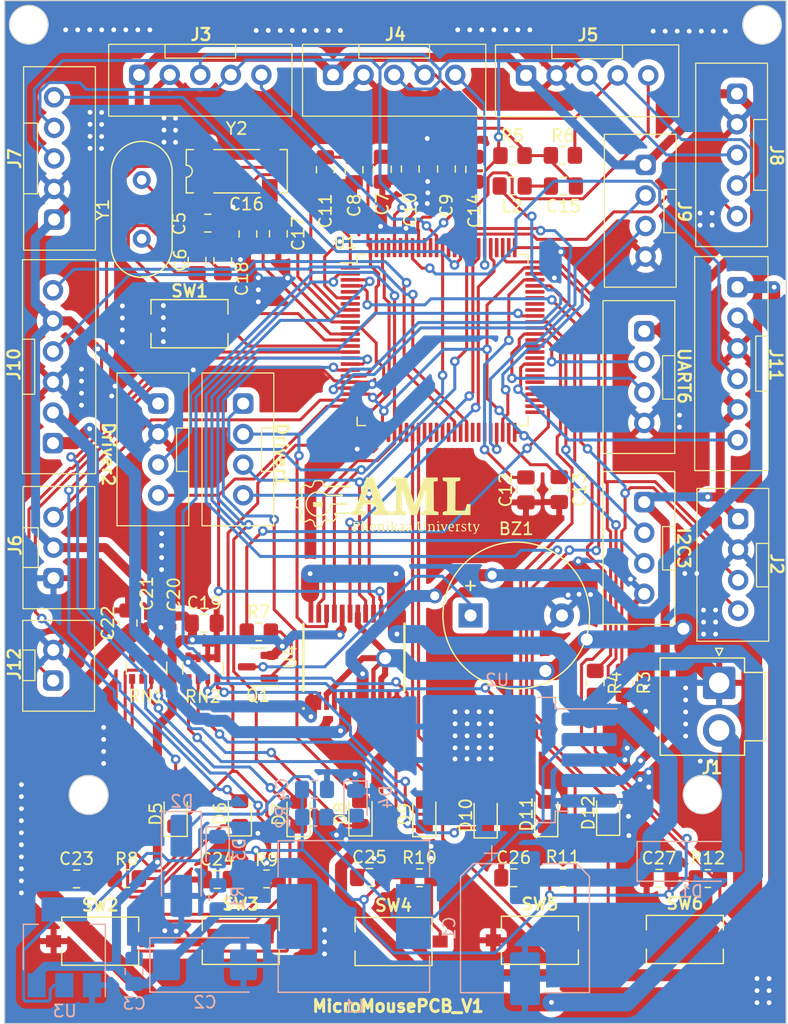
<source format=kicad_pcb>
(kicad_pcb (version 20221018) (generator pcbnew)
  (layers (0 "F.Cu" signal) (31 "B.Cu" signal) (34 "B.Paste" user) (35 "F.Paste" user) (36 "B.SilkS" user "B.Silkscreen") (37 "F.SilkS" user "F.Silkscreen") (38 "B.Mask" user) (39 "F.Mask" user) (44 "Edge.Cuts" user))
  (net 0 "")
  (net 1 "GND")
  (net 2 "+5V")
  (net 3 "+3.3V")
  (net 4 "Net-(U1-VCAP_2)")
  (net 5 "Net-(U1-VCAP_1)")
  (net 6 "Net-(D1-A)")
  (net 7 "Net-(D2-K)")
  (net 8 "Net-(D3-A)")
  (net 9 "Net-(D4-A)")
  (net 47 "/ADC1")
  (net 48 "Net-(BZ1--)")
  (net 49 "+12V")
  (net 50 "/PH0")
  (net 51 "/PH1")
  (net 52 "Net-(U1-VBAT)")
  (net 53 "Net-(C15-Pad2)")
  (net 54 "/PC14")
  (net 55 "/PC15")
  (net 56 "/NRST")
  (net 57 "Net-(D5-K)")
  (net 58 "/PC0")
  (net 59 "Net-(D6-K)")
  (net 60 "/PC1")
  (net 61 "Net-(D7-K)")
  (net 62 "/PC2")
  (net 63 "Net-(D8-K)")
  (net 64 "/PC3")
  (net 65 "Net-(D9-K)")
  (net 66 "/PC4")
  (net 67 "Net-(D10-K)")
  (net 68 "/PC5")
  (net 69 "Net-(D11-K)")
  (net 70 "/PC8")
  (net 71 "Net-(D12-K)")
  (net 72 "/PC10")
  (net 73 "/AO1")
  (net 74 "/AO2")
  (net 75 "/TIM1_CH2")
  (net 76 "/TIM1_CH1")
  (net 77 "/BO1")
  (net 78 "/BO2")
  (net 79 "/TIM4_CH2")
  (net 80 "/TIM4_CH1")
  (net 81 "Net-(U1-VREF+)")
  (net 82 "/SCL")
  (net 83 "/SDA")
  (net 84 "/XSHUT_BL")
  (net 85 "/XSHUT_BR")
  (net 86 "/XSHUT_FF")
  (net 87 "/XSHUT_FL")
  (net 88 "/XSHUT_FR")
  (net 89 "/PB10")
  (net 90 "/PB11")
  (net 91 "Net-(Q1-B)")
  (net 92 "/SWDIO")
  (net 93 "/SWCLK")
  (net 94 "/BUZZER")
  (net 95 "/PWMB")
  (net 96 "/PWMA")
  (net 97 "/PC6")
  (net 98 "/PC7")
  (net 99 "/PC9")
  (net 100 "/PA8")
  (net 101 "/STBY")
  (net 102 "/BIN2")
  (net 103 "/BIN1")
  (net 104 "/AIN2")
  (net 105 "/AIN1")
  (net 106 "/PE1")
  (net 107 "/PE2")
  (net 108 "/PE3")
  (net 109 "/PE4")
  (net 110 "/PE5")
  (net 111 "Net-(U4-GND)")
  (footprint "Capacitor_SMD:C_0805_2012Metric_Pad1.18x1.45mm_HandSolder" (layer "F.Cu") (at 131.288466 71.82 90)
    (fp_text reference "C16")
    (fp_text value "20pF")
  )
  (footprint "JST254:JST 4" (layer "F.Cu") (at 121.237666 83.37 -90)
    (fp_text reference "Driver2")
    (fp_text value "Driver")
  )
  (footprint "Connector_JST:JST_VH_B2P-VH_1x02_P3.96mm_Vertical" (layer "F.Cu") (at 170.478466 109.1125 -90)
    (fp_text reference "J1")
    (fp_text value "Conn_01x02_Socket")
  )
  (footprint "Capacitor_SMD:C_0805_2012Metric_Pad1.18x1.45mm_HandSolder" (layer "F.Cu") (at 121.324466 104.1435 90)
    (fp_text reference "C22")
    (fp_text value "10U")
  )
  (footprint "LED_SMD:LED_0805_2012Metric_Pad1.15x1.40mm_HandSolder" (layer "F.Cu") (at 151.058466 120.145 90)
    (fp_text reference "D10")
    (fp_text value "3VL")
  )
  (footprint "Capacitor_SMD:C_0201_0603Metric_Pad0.64x0.40mm_HandSolder" (layer "F.Cu") (at 125.134466 104.0895 90)
    (fp_text reference "C20")
    (fp_text value "0.1U")
  )
  (footprint "JST254:JST 4" (layer "F.Cu") (at 161.767666 63.54 -90)
    (fp_text reference "J9")
    (fp_text value "MPU")
  )
  (footprint "JST254:JST 4" (layer "F.Cu") (at 128.306666 83.37 -90)
    (fp_text reference "Driver1")
    (fp_text value "Driver")
  )
  (footprint "LED_SMD:LED_0805_2012Metric_Pad1.15x1.40mm_HandSolder" (layer "F.Cu") (at 130.618466 119.975 90)
    (fp_text reference "D6")
    (fp_text value "3VL")
  )
  (footprint "Resistor_SMD:R_0805_2012Metric_Pad1.20x1.40mm_HandSolder" (layer "F.Cu") (at 160.168466 109.12 -90)
    (fp_text reference "R4")
    (fp_text value "10K")
  )
  (footprint "Resistor_SMD:R_Array_Convex_4x0603" (layer "F.Cu") (at 122.858466 107.89 90)
    (fp_text reference "RN1")
    (fp_text value "R_Pack04")
  )
  (footprint "LED_SMD:LED_0805_2012Metric_Pad1.15x1.40mm_HandSolder" (layer "F.Cu") (at 145.958466 120.035 90)
    (fp_text reference "D9")
    (fp_text value "3VL")
  )
  (footprint "LED_SMD:LED_0805_2012Metric_Pad1.15x1.40mm_HandSolder" (layer "F.Cu") (at 156.098466 120.035 90)
    (fp_text reference "D11")
    (fp_text value "3VL")
  )
  (footprint "JST254:JST 5" (layer "F.Cu") (at 135.873466 61.175)
    (fp_text reference "J4")
    (fp_text value "FF")
  )
  (footprint "Capacitor_SMD:C_0805_2012Metric_Pad1.18x1.45mm_HandSolder" (layer "F.Cu") (at 127.058466 74.0325 -90)
    (fp_text reference "C6")
    (fp_text value "20pF")
  )
  (footprint "Capacitor_SMD:C_0805_2012Metric_Pad1.18x1.45mm_HandSolder" (layer "F.Cu") (at 153.394966 125.316)
    (fp_text reference "C26")
    (fp_text value "100nF")
  )
  (footprint "JST254:JST 4" (layer "F.Cu") (at 161.657666 77.36 -90)
    (fp_text reference "UART6")
    (fp_text value "UART6")
  )
  (footprint "Button_Switch_SMD:SW_Tactile_SPST_NO_Straight_CK_PTS636Sx25SMTRLFS" (layer "F.Cu") (at 130.688466 130.51)
    (fp_text reference "SW3")
    (fp_text value "SW_Push")
  )
  (footprint "Capacitor_SMD:C_0805_2012Metric_Pad1.18x1.45mm_HandSolder" (layer "F.Cu") (at 129.198466 74.0525 -90)
    (fp_text reference "C18")
    (fp_text value "100nF")
  )
  (footprint "Capacitor_SMD:C_0805_2012Metric_Pad1.18x1.45mm_HandSolder" (layer "F.Cu") (at 128.740966 125.46)
    (fp_text reference "C24")
    (fp_text value "100nF")
  )
  (footprint "Capacitor_SMD:C_0805_2012Metric_Pad1.18x1.45mm_HandSolder" (layer "F.Cu") (at 137.718466 66.48 -90)
    (fp_text reference "C11")
    (fp_text value "100nF")
  )
  (footprint "Capacitor_SMD:C_0805_2012Metric_Pad1.18x1.45mm_HandSolder" (layer "F.Cu") (at 142.468466 66.4425 -90)
    (fp_text reference "C7")
    (fp_text value "100nF")
  )
  (footprint "Capacitor_SMD:C_0805_2012Metric_Pad1.18x1.45mm_HandSolder" (layer "F.Cu") (at 140.118466 66.4825 -90)
    (fp_text reference "C8")
    (fp_text value "100nF")
  )
  (footprint "Capacitor_SMD:C_0805_2012Metric_Pad1.18x1.45mm_HandSolder" (layer "F.Cu") (at 150.148466 66.4475 -90)
    (fp_text reference "C14")
    (fp_text value "100nF")
  )
  (footprint "JST254:JST 2" (layer "F.Cu") (at 115.098466 108.93 90)
    (fp_text reference "J12")
    (fp_text value "Conn_01x02_Socket")
  )
  (footprint "Resistor_SMD:R_0805_2012Metric_Pad1.20x1.40mm_HandSolder" (layer "F.Cu") (at 132.838466 125.41 180)
    (fp_text reference "R9")
    (fp_text value "1K")
  )
  (footprint "Package_TO_SOT_SMD:SOT-23" (layer "F.Cu") (at 132.131966 107.786 180)
    (fp_text reference "Q1")
    (fp_text value "S8550")
  )
  (footprint "JST254:JST 5" (layer "F.Cu") (at 169.382666 57.675 -90)
    (fp_text reference "J8")
    (fp_text value "BR")
  )
  (footprint "JST254:JST 5" (layer "F.Cu") (at 117.748966 73.1175 90)
    (fp_text reference "J7")
    (fp_text value "BL")
  )
  (footprint "Resistor_SMD:R_0805_2012Metric_Pad1.20x1.40mm_HandSolder" (layer "F.Cu") (at 121.215966 125.38 180)
    (fp_text reference "R8")
    (fp_text value "1K")
  )
  (footprint "Button_Switch_SMD:SW_Tactile_SPST_NO_Straight_CK_PTS636Sx25SMTRLFS" (layer "F.Cu") (at 155.568466 130.51)
    (fp_text reference "SW5")
    (fp_text value "SW_Push")
  )
  (footprint "Capacitor_SMD:C_0805_2012Metric_Pad1.18x1.45mm_HandSolder" (layer "F.Cu") (at 154.408466 93.0875 90)
    (fp_text reference "C12")
    (fp_text value "100nF")
  )
  (footprint "LED_SMD:LED_0805_2012Metric_Pad1.15x1.40mm_HandSolder" (layer "F.Cu") (at 125.278466 120.015 90)
    (fp_text reference "D5")
    (fp_text value "3VL")
  )
  (footprint "LED_SMD:LED_0805_2012Metric_Pad1.15x1.40mm_HandSolder" (layer "F.Cu") (at 135.498466 120.035 90)
    (fp_text reference "D7")
    (fp_text value "3VL")
  )
  (footprint "Capacitor_SMD:C_0805_2012Metric_Pad1.18x1.45mm_HandSolder" (layer "F.Cu") (at 157.525966 67.84 180)
    (fp_text reference "C15")
    (fp_text value "100nF")
  )
  (footprint "Capacitor_SMD:C_0805_2012Metric_Pad1.18x1.45mm_HandSolder" (layer "F.Cu") (at 117.035966 125.41)
    (fp_text reference "C23")
    (fp_text value "100nF")
  )
  (footprint "LED_SMD:LED_0805_2012Metric_Pad1.15x1.40mm_HandSolder" (layer "F.Cu") (at 140.648466 119.975 90)
    (fp_text reference "D8")
    (fp_text value "3VL")
  )
  (footprint "LED_SMD:LED_0805_2012Metric_Pad1.15x1.40mm_HandSolder" (layer "F.Cu") (at 161.248466 119.925 90)
    (fp_text reference "D12")
    (fp_text value "3VL")
  )
  (footprint "JST254:JST 5" (layer "F.Cu") (at 119.753466 61.175)
    (fp_text reference "J3")
    (fp_text value "FL")
  )
  (footprint "Button_Switch_SMD:SW_Tactile_SPST_NO_Straight_CK_PTS636Sx25SMTRLFS" (layer "F.Cu") (at 126.428466 79.28)
    (fp_text reference "SW1")
    (fp_text value "SW_Push")
  )
  (footprint "Button_Switch_SMD:SW_Tactile_SPST_NO_Straight_CK_PTS636Sx25SMTRLFS" (layer "F.Cu") (at 167.623466 130.44)
    (fp_text reference "SW6")
    (fp_text value "SW_Push")
  )
  (footprint "Resistor_SMD:R_0805_2012Metric_Pad1.20x1.40mm_HandSolder" (layer "F.Cu") (at 157.496466 125.316 180)
    (fp_text reference "R11")
    (fp_text value "1K")
  )
  (footprint "TB6612FNG_C_8_EL:SOP65P760X160-24N" (layer "F.Cu") (at 140.103466 106.99 90)
    (fp_text reference "U4")
    (fp_text value "TB6612FNG")
  )
  (footprint "JST254:JST 4" (layer "F.Cu") (at 169.467666 92.96 -90)
    (fp_text reference "J2")
    (fp_text value "STLINK")
  )
  (footprint "JST254:JST 6" (layer "F.Cu") (at 117.618466 91.74 90)
    (fp_text reference "J10")
    (fp_text value "LEFT_MOTOR")
  )
  (footprint "Capacitor_SMD:C_0805_2012Metric_Pad1.18x1.45mm_HandSolder" (layer "F.Cu") (at 157.178466 93.0575 90)
    (fp_text reference "C13")
    (fp_text value "100nF")
  )
  (footprint "JST254:JST 4" (layer "F.Cu") (at 161.657666 91.56 -90)
    (fp_text reference "I2C3")
    (fp_text value "I2C3")
  )
  (footprint "Resistor_SMD:R_0805_2012Metric_Pad1.20x1.40mm_HandSolder" (layer "F.Cu") (at 153.288466 65.31)
    (fp_text reference "R5")
    (fp_text value "4.7K")
  )
  (footprint "LOGO" (layer "F.Cu") (at 142.656466 94.228)
    (fp_text reference "G***" hide)
    (fp_text value "LOGO" hide)
  )
  (footprint "JST254:JST 6" (layer "F.Cu") (at 169.457666 73.7 -90)
    (fp_text reference "J11")
    (fp_text value "RIGHT_MOTOR")
  )
  (footprint "Capacitor_SMD:C_0805_2012Metric_Pad1.18x1.45mm_HandSolder" (layer "F.Cu") (at 147.798466 66.4175 -90)
    (fp_text reference "C9")
    (fp_text value "100nF")
  )
  (footprint "Package_QFP:LQFP-100_14x14mm_P0.5mm" (layer "F.Cu") (at 147.478466 80.63)
    (fp_text reference "U1")
    (fp_text value "STM32F407VGTx")
  )
  (footprint "Resistor_SMD:R_0805_2012Metric_Pad1.20x1.40mm_HandSolder" (layer "F.Cu") (at 132.194466 104.876)
    (fp_text reference "R7")
    (fp_text value "1K")
  )
  (footprint "Crystal:Crystal_SMD_SeikoEpson_MC306-4Pin_8.0x3.2mm" (layer "F.Cu") (at 130.358466 66.61)
    (fp_text reference "Y2")
    (fp_text value "32.768KHz")
  )
  (footprint "Capacitor_SMD:C_0805_2012Metric_Pad1.18x1.45mm_HandSolder" (layer "F.Cu") (at 141.396966 125.282)
    (fp_text reference "C25")
    (fp_text value "100nF")
  )
  (footprint "Resistor_SMD:R_0805_2012Metric_Pad1.20x1.40mm_HandSolder" (layer "F.Cu") (at 169.538466 125.38 180)
    (fp_text reference "R12")
    (fp_text value "1K")
  )
  (footprint "Resistor_SMD:R_0805_2012Metric_Pad1.20x1.40mm_HandSolder" (layer "F.Cu") (at 162.568466 109.11 -90)
    (fp_text reference "R3")
    (fp_text value "10K")
  )
  (footprint "Resistor_SMD:R_0805_2012Metric_Pad1.20x1.40mm_HandSolder" (layer "F.Cu") (at 145.558466 125.316 180)
    (fp_text reference "R10")
    (fp_text value "1K")
  )
  (footprint "JST254:JST 3" (layer "F.Cu") (at 117.588466 102.97 90)
    (fp_text reference "J6")
    (fp_text value "ADKEYBOARD")
  )
  (footprint "Capacitor_SMD:C_0805_2012Metric_Pad1.18x1.45mm_HandSolder" (layer "F.Cu") (at 133.818466 71.8075 90)
    (fp_text reference "C17")
    (fp_text value "20pF")
  )
  (footprint "Button_Switch_SMD:SW_Tactile_SPST_NO_Straight_CK_PTS636Sx25SMTRLFS" (layer "F.Cu") (at 119.003466 130.58)
    (fp_text reference "SW2")
    (fp_text value "SW_Push")
  )
  (footprint "Resistor_SMD:R_Array_Convex_4x0603" (layer "F.Cu") (at 127.548466 107.9 90)
    (fp_text reference "RN2")
    (fp_text value "R_Pack04")
  )
  (footprint "Resistor_SMD:R_0805_2012Metric_Pad1.20x1.40mm_HandSolder" (layer "F.Cu") (at 157.478466 65.29 180)
    (fp_text reference "R6")
    (fp_text value "4.7K")
  )
  (footprint "Capacitor_SMD:C_0805_2012Metric_Pad1.18x1.45mm_HandSolder" (layer "F.Cu") (at 144.788466 66.4175 -90)
    (fp_text reference "C10")
    (fp_text value "100nF")
  )
  (footprint "Crystal:Crystal_HC49-U_Vertical" (layer "F.Cu") (at 122.458466 67.3375 -90)
    (fp_text reference "Y1")
    (fp_text value "25MHz")
  )
  (footprint "Button_Switch_SMD:SW_Tactile_SPST_NO_Straight_CK_PTS636Sx25SMTRLFS" (layer "F.Cu") (at 143.398466 130.61)
    (fp_text reference "SW4")
    (fp_text value "SW_Push")
  )
  (footprint "Capacitor_SMD:C_0201_0603Metric_Pad0.64x0.40mm_HandSolder" (layer "F.Cu") (at 122.848466 103.9865 -90)
    (fp_text reference "C21")
    (fp_text value "0.1U")
  )
  (footprint "JST254:JST 5" (layer "F.Cu") (at 151.923466 61.225)
    (fp_text reference "J5")
    (fp_text value "FR")
  )
  (footprint "Buzzer_Beeper:Buzzer_12x9.5RM7.6" (layer "F.Cu") (at 149.804466 103.516)
    (fp_text reference "BZ1")
    (fp_text value "Buzzer")
  )
  (footprint "Capacitor_SMD:C_0805_2012Metric_Pad1.18x1.45mm_HandSolder" (layer "F.Cu") (at 165.480966 125.36)
    (fp_text reference "C27")
    (fp_text value "100nF")
  )
  (footprint "Capacitor_SMD:C_0805_2012Metric_Pad1.18x1.45mm_HandSolder" (layer "F.Cu") (at 127.950966 70.92 180)
    (fp_text reference "C5")
    (fp_text value "20pF")
  )
  (footprint "Capacitor_SMD:C_0805_2012Metric_Pad1.18x1.45mm_HandSolder" (layer "F.Cu") (at 153.260966 67.83 180)
    (fp_text reference "L2")
    (fp_text value "10uH")
  )
  (footprint "Capacitor_SMD:C_0805_2012Metric_Pad1.18x1.45mm_HandSolder" (layer "F.Cu") (at 127.652966 104.165)
    (fp_text reference "C19")
    (fp_text value "10U")
  )
  (footprint "Capacitor_SMD:C_0805_2012Metric_Pad1.18x1.45mm_HandSolder" (layer "B.Cu") (at 121.818466 133.09 90)
    (fp_text reference "C3")
    (fp_text value "10U")
  )
  (footprint "Package_TO_SOT_SMD:TO-263-5_TabPin3" (layer "B.Cu") (at 152.018466 115.53 180)
    (fp_text reference "U2")
    (fp_text value "LM2596S-5")
  )
  (footprint "LED_SMD:LED_0805_2012Metric_Pad1.15x1.40mm_HandSolder" (layer "B.Cu") (at 128.768466 122.9325 -90)
    (fp_text reference "D3")
    (fp_text value "5VL")
  )
  (footprint "Diode_SMD:D_SMA_Handsoldering" (layer "B.Cu") (at 125.748466 124.32 -90)
    (fp_text reference "D2")
    (fp_text value "1N5822")
  )
  (footprint "Inductor_SMD:L_12x12mm_H6mm" (layer "B.Cu") (at 140.098466 128.53 180)
    (fp_text reference "L1")
    (fp_text value "33uH")
  )
  (footprint "Package_TO_SOT_SMD:SOT-223-3_TabPin2" (layer "B.Cu") (at 116.018466 131.09 90)
    (fp_text reference "U3")
    (fp_text value "AMS1117-3.3")
  )
  (footprint "Resistor_SMD:R_0805_2012Metric_Pad1.20x1.40mm_HandSolder" (layer "B.Cu") (at 128.788466 126.95 90)
    (fp_text reference "R1")
    (fp_text value "330")
  )
  (footprint "Capacitor_SMD:C_0805_2012Metric_Pad1.18x1.45mm_HandSolder" (layer "B.Cu") (at 136.825966 117.97)
    (fp_text reference "C4")
    (fp_text value "47U")
  )
  (footprint "Capacitor_Tantalum_SMD:CP_EIA-7343-43_Kemet-X_Pad2.25x2.55mm_HandSolder" (layer "B.Cu") (at 127.718466 132.5525)
    (fp_text reference "C2")
    (fp_text value "220u")
  )
  (footprint "LED_SMD:LED_0805_2012Metric_Pad1.15x1.40mm_HandSolder" (layer "B.Cu") (at 140.235966 119.125 -90)
    (fp_text reference "D4")
    (fp_text value "3VL")
  )
  (footprint "Capacitor_SMD:CP_Elec_10x10.5" (layer "B.Cu") (at 154.328466 129.5 -90)
    (fp_text reference "C1")
    (fp_text value "680u")
  )
  (footprint "Diode_SMD:D_SMA_Handsoldering" (layer "B.Cu") (at 168.158466 123.95)
    (fp_text reference "D1")
    (fp_text value "1N5822")
  )
  (footprint "Resistor_SMD:R_0805_2012Metric_Pad1.20x1.40mm_HandSolder" (layer "B.Cu") (at 136.805966 120.28 180)
    (fp_text reference "R2")
    (fp_text value "100")
  )
  (gr_rect (start 111.051733 52.43) (end 176.051733 137.43) (stroke (width 0.1)) (fill none) (layer "Edge.Cuts"))
  (gr_circle (center 174.047628 54.44) (end 174.797628 55.86) (stroke (width 0.1)) (fill none) (layer "Edge.Cuts"))
  (gr_circle (center 118.041733 118.43) (end 118.721733 119.9) (stroke (width 0.1)) (fill none) (layer "Edge.Cuts"))
  (gr_circle (center 113.061733 54.434105) (end 114.481733 53.684105) (stroke (width 0.1)) (fill none) (layer "Edge.Cuts"))
  (gr_circle (center 169.081733 118.4) (end 169.911733 119.76) (stroke (width 0.1)) (fill none) (layer "Edge.Cuts"))
  (gr_text "MicroMousePCB_V1" (at 136.518466 136.56) (layer "F.SilkS") (effects (font (size 1 1) (thickness 0.25) bold) (justify left bottom)))
  (segment (start 140.378466 89.69) (end 141.509151 89.69) (width 0.25) (layer "F.Cu") (net 1))
  (segment (start 141.978466 71.53) (end 141.978466 72.955) (width 0.25) (layer "F.Cu") (net 1))
  (segment (start 164.338466 108.266827) (end 164.338466 109.47) (width 0.25) (layer "F.Cu") (net 1))
  (segment (start 156.427472 75.13) (end 155.153466 75.13) (width 0.25) (layer "F.Cu") (net 1))
  (segment (start 137.578466 83.12) (end 138.480666 84.0222) (width 0.25) (layer "F.Cu") (net 1))
  (segment (start 124.048466 104.52) (end 123.107466 103.579) (width 0.25) (layer "F.Cu") (net 1))
  (segment (start 134.588466 75.48) (end 138.238466 79.13) (width 0.25) (layer "F.Cu") (net 1))
  (segment (start 138.701671 84.0222) (end 138.809471 84.13) (width 0.25) (layer "F.Cu") (net 1))
  (segment (start 142.318466 71.19) (end 141.978466 71.53) (width 0.25) (layer "F.Cu") (net 1))
  (segment (start 141.978466 89.220685) (end 141.978466 88.305) (width 0.25) (layer "F.Cu") (net 1))
  (segment (start 124.048466 104.52) (end 125.111466 104.52) (width 0.25) (layer "F.Cu") (net 1))
  (segment (start 139.803466 84.13) (end 141.458466 84.13) (width 0.25) (layer "F.Cu") (net 1))
  (segment (start 124.378466 129.71) (end 125.288466 129.71) (width 0.25) (layer "F.Cu") (net 1))
  (segment (start 138.480666 84.0222) (end 138.701671 84.0222) (width 0.25) (layer "F.Cu") (net 1))
  (segment (start 167.508466 106.1425) (end 170.478466 109.1125) (width 1.5) (layer "F.Cu") (net 1))
  (segment (start 144.478466 71.39) (end 144.478466 72.955) (width 0.25) (layer "F.Cu") (net 1))
  (segment (start 123.107466 103.579) (end 122.848466 103.579) (width 0.25) (layer "F.Cu") (net 1))
  (segment (start 141.458466 84.13) (end 141.628466 84.3) (width 0.25) (layer "F.Cu") (net 1))
  (segment (start 141.778466 123.863) (end 140.359466 125.282) (width 0.25) (layer "F.Cu") (net 1))
  (segment (start 150.148466 65.41) (end 149.843466 65.41) (width 0.25) (layer "F.Cu") (net 1))
  (segment (start 164.248466 101.72) (end 162.988466 102.98) (width 0.25) (layer "F.Cu") (net 1))
  (segment (start 141.509151 89.69) (end 141.978466 89.220685) (width 0.25) (layer "F.Cu") (net 1))
  (segment (start 125.288466 129.71) (end 125.318466 129.74) (width 0.25) (layer "F.Cu") (net 1))
  (segment (start 144.438466 71.35) (end 144.478466 71.39) (width 0.25) (layer "F.Cu") (net 1))
  (segment (start 126.748466 83.12) (end 137.578466 83.12) (width 0.25) (layer "F.Cu") (net 1))
  (segment (start 141.778466 123.71) (end 141.778466 123.863) (width 0.25) (layer "F.Cu") (net 1))
  (segment (start 149.843466 65.41) (end 147.798466 67.455) (width 0.25) (layer "F.Cu") (net 1))
  (segment (start 126.043466 129.74) (end 126.813466 130.51) (width 0.25) (layer "F.Cu") (net 1))
  (segment (start 162.988466 102.98) (end 162.988466 106.916827) (width 0.25) (layer "F.Cu") (net 1))
  (segment (start 138.809471 84.13) (end 139.803466 84.13) (width 0.25) (layer "F.Cu") (net 1))
  (segment (start 125.318466 129.74) (end 126.043466 129.74) (width 0.25) (layer "F.Cu") (net 1))
  (segment (start 138.238466 79.13) (end 139.803466 79.13) (width 0.25) (layer "F.Cu") (net 1))
  (segment (start 167.508466 104.62) (end 167.508466 106.1425) (width 1.5) (layer "F.Cu") (net 1))
  (segment (start 162.988466 106.916827) (end 164.338466 108.266827) (width 0.25) (layer "F.Cu") (net 1))
  (segment (start 156.772969 75.475497) (end 156.427472 75.13) (width 0.25) (layer "F.Cu") (net 1))
  (via (at 157.918466 101.82) (size 0.8) (drill 0.4) (layers "F.Cu" "B.Cu") (net 1))
  (via (at 168.908466 115.62) (size 0.8) (drill 0.4) (layers "F.Cu" "B.Cu") (net 1))
  (via (at 118.130466 54.858) (size 0.8) (drill 0.4) (layers "F.Cu" "B.Cu") (net 1))
  (via (at 134.588466 75.48) (size 0.8) (drill 0.4) (layers "F.Cu" "B.Cu") (net 1))
  (via (at 167.688466 110.54) (size 0.8) (drill 0.4) (layers "F.Cu" "B.Cu") (net 1))
  (via (at 148.518466 112.52) (size 0.8) (drill 0.4) (layers "F.Cu" "B.Cu") (net 1))
  (via (at 170.988466 54.97) (size 0.8) (drill 0.4) (layers "F.Cu" "B.Cu") (net 1))
  (via (at 117.130466 54.858) (size 0.8) (drill 0.4) (layers "F.Cu" "B.Cu") (net 1))
  (via (at 167.688466 109.54) (size 0.8) (drill 0.4) (layers "F.Cu" "B.Cu") (net 1))
  (via (at 150.518466 112.52) (size 0.8) (drill 0.4) (layers "F.Cu" "B.Cu") (net 1))
  (via (at 173.628466 133.69) (size 0.8) (drill 0.4) (layers "F.Cu" "B.Cu") (net 1))
  (via (at 149.518466 111.52) (size 0.8) (drill 0.4) (layers "F.Cu" "B.Cu") (net 1))
  (via (at 118.158466 61.71) (size 0.8) (drill 0.4) (layers "F.Cu" "B.Cu") (net 1))
  (via (at 167.508466 104.62) (size 1.5) (drill 1) (layers "F.Cu" "B.Cu") (net 1))
  (via (at 146.198466 63.89) (size 0.8) (drill 0.4) (layers "F.Cu" "B.Cu") (net 1))
  (via (at 130.668466 73.95) (size 0.8) (drill 0.4) (layers "F.Cu" "B.Cu") (net 1))
  (via (at 145.278466 69.31) (size 0.8) (drill 0.4) (layers "F.Cu" "B.Cu") (net 1))
  (via (at 139.448466 122.13) (size 0.8) (drill 0.4) (layers "F.Cu" "B.Cu") (net 1))
  (via (at 119.118466 64.72) (size 0.8) (drill 0.4) (layers "F.Cu" "B.Cu") (net 1))
  (via (at 119.288466 112.82) (size 0.8) (drill 0.4) (layers "F.Cu" "B.Cu") (net 1))
  (via (at 162.968466 121.81) (size 0.8) (drill 0.4) (layers "F.Cu" "B.Cu") (net 1))
  (via (at 124.258466 80.77) (size 0.8) (drill 0.4) (layers "F.Cu" "B.Cu") (net 1))
  (via (at 124.108466 97.71) (size 0.8) (drill 0.4) (layers "F.Cu" "B.Cu") (net 1))
  (via (at 167.688466 111.54) (size 0.8) (drill 0.4) (layers "F.Cu" "B.Cu") (net 1))
  (via (at 124.258466 78.77) (size 0.8) (drill 0.4) (layers "F.Cu" "B.Cu") (net 1))
  (via (at 135.978466 54.91) (size 0.8) (drill 0.4) (layers "F.Cu" "B.Cu") (net 1))
  (via (at 132.858466 124.07) (size 0.8) (drill 0.4) (layers "F.Cu" "B.Cu") (net 1))
  (via (at 112.448466 117.57) (size 0.8) (drill 0.4) (layers "F.Cu" "B.Cu") (net 1))
  (via (at 156.772969 75.475497) (size 0.8) (drill 0.4) (layers "F.Cu" "B.Cu") (net 1))
  (via (at 112.448466 123.57) (size 0.8) (drill 0.4) (layers "F.Cu" "B.Cu") (net 1))
  (via (at 169.888466 71.09) (size 0.8) (drill 0.4) (layers "F.Cu" "B.Cu") (net 1))
  (via (at 120.848466 79.8) (size 0.8) (drill 0.4) (layers "F.Cu" "B.Cu") (net 1))
  (via (at 117.448466 83.05) (size 0.8) (drill 0.4) (layers "F.Cu" "B.Cu") (net 1))
  (via (at 124.108466 98.71) (size 0.8) (drill 0.4) (layers "F.Cu" "B.Cu") (net 1))
  (via (at 112.448466 126.57) (size 0.8) (drill 0.4) (layers "F.Cu" "B.Cu") (net 1))
  (via (at 150.508466 115.44) (size 0.8) (drill 0.4) (layers "F.Cu" "B.Cu") (net 1))
  (via (at 163.108466 100.5) (size 0.8) (drill 0.4) (layers "F.Cu" "B.Cu") (net 1))
  (via (at 112.448466 119.57) (size 0.8) (drill 0.4) (layers "F.Cu" "B.Cu") (net 1))
  (via (at 166.988466 54.97) (size 0.8) (drill 0.4) (layers "F.Cu" "B.Cu") (net 1))
  (via (at 142.318466 71.19) (size 0.8) (drill 0.4) (layers "F.Cu" "B.Cu") (net 1))
  (via (at 137.978466 54.91) (size 0.8) (drill 0.4) (layers "F.Cu" "B.Cu") (net 1))
  (via (at 150.518466 111.52) (size 0.8) (drill 0.4) (layers "F.Cu" "B.Cu") (net 1))
  (via (at 146.528466 122.7) (size 0.8) (drill 0.4) (layers "F.Cu" "B.Cu") (net 1))
  (via (at 170.178466 105.07) (size 0.8) (drill 0.4) (layers "F.Cu" "B.Cu") (net 1))
  (via (at 162.938466 120.21) (size 0.8) (drill 0.4) (layers "F.Cu" "B.Cu") (net 1))
  (via (at 132.148466 76.46) (size 0.8) (drill 0.4) (layers "F.Cu" "B.Cu") (net 1))
  (via (at 149.518466 113.52) (size 0.8) (drill 0.4) (layers "F.Cu" "B.Cu") (net 1))
  (via (at 167.178466 87.87) (size 0.8) (drill 0.4) (layers "F.Cu" "B.Cu") (net 1))
  (via (at 119.130466 54.858) (size 0.8) (drill 0.4) (layers "F.Cu" "B.Cu") (net 1))
  (via (at 124.258466 77.77) (size 0.8) (drill 0.4) (layers "F.Cu" "B.Cu") (net 1))
  (via (at 124.258466 79.77) (size 0.8) (drill 0.4) (layers "F.Cu" "B.Cu") (net 1))
  (via (at 122.130466 54.858) (size 0.8) (drill 0.4) (layers "F.Cu" "B.Cu") (net 1))
  (via (at 131.978466 54.91) (size 0.8) (drill 0.4) (layers "F.Cu" "B.Cu") (net 1))
  (via (at 163.898466 117.15) (size 0.8) (drill 0.4) (layers "F.Cu" "B.Cu") (net 1))
  (via (at 120.848466 78.8) (size 0.8) (drill 0.4) (layers "F.Cu" "B.Cu") (net 1))
  (via (at 146.248466 68.4) (size 0.8) (drill 0.4) (layers "F.Cu" "B.Cu") (net 1))
  (via (at 169.178466 105.07) (size 0.8) (drill 0.4) (layers "F.Cu" "B.Cu") (net 1))
  (via (at 119.288466 114.82) (size 0.8) (drill 0.4) (layers "F.Cu" "B.Cu") (net 1))
  (via (at 124.048466 104.52) (size 0.8) (drill 0.4) (layers "F.Cu" "B.Cu") (net 1))
  (via (at 150.518466 113.52) (size 0.8) (drill 0.4) (layers "F.Cu" "B.Cu") (net 1))
  (via (at 151.518466 113.52) (size 0.8) (drill 0.4) (layers "F.Cu" "B.Cu") (net 1))
  (via (at 132.118466 121.62) (size 0.8) (drill 0.4) (layers "F.Cu" "B.Cu") (net 1))
  (via (at 167.618466 100.03) (size 0.8) (drill 0.4) (layers "F.Cu" "B.Cu") (net 1))
  (via (at 149.518466 114.52) (size 0.8) (drill 0.4) (layers "F.Cu" "B.Cu") (net 1))
  (via (at 119.118466 61.72) (size 0.8) (drill 0.4) (layers "F.Cu" "B.Cu") (net 1))
  (via (at 148.508466 115.44) (size 0.8) (drill 0.4) (layers "F.Cu" "B.Cu") (net 1))
  (via (at 144.438466 71.35) (size 0.8) (drill 0.4) (layers "F.Cu" "B.Cu") (net 1))
  (via (at 164.618466 117.77) (size 0.8) (drill 0.4) (layers "F.Cu" "B.Cu") (net 1))
  (via (at 125.268466 64.2) (size 0.8) (drill 0.4) (layers "F.Cu" "B.Cu") (net 1))
  (via (at 157.308466 73.3) (size 0.8) (drill 0.4) (layers "F.Cu" "B.Cu") (net 1))
  (via (at 121.130466 54.858) (size 0.8) (drill 0.4) (layers "F.Cu" "B.Cu") (net 1))
  (via (at 151.518466 114.52) (size 0.8) (drill 0.4) (layers "F.Cu" "B.Cu") (net 1))
  (via (at 141.778466 123.71) (size 0.8) (drill 0.4) (layers "F.Cu" "B.Cu") (net 1))
  (via (at 148.736466 54.858) (size 0.8) (drill 0.4) (layers "F.Cu" "B.Cu") (net 1))
  (via (at 149.736466 54.858) (size 0.8) (drill 0.4) (layers "F.Cu" "B.Cu") (net 1))
  (via (at 118.158466 64.71) (size 0.8) (drill 0.4) (layers "F.Cu" "B.Cu") (net 1))
  (via (at 112.448466 118.57) (size 0.8) (drill 0.4) (layers "F.Cu" "B.Cu") (net 1))
  (via (at 164.618466 116.55) (size 0.8) (drill 0.4) (layers "F.Cu" "B.Cu") (net 1))
  (via (at 169.888466 70.09) (size 0.8) (drill 0.4) (layers "F.Cu" "B.Cu") (net 1))
  (via (at 120.848466 80.8) (size 0.8) (drill 0.4) (layers "F.Cu" "B.Cu") (net 1))
  (via (at 168.618466 100.03) (size 0.8) (drill 0.4) (layers "F.Cu" "B.Cu") (net 1))
  (via (at 125.318466 129.74) (size 0.8) (drill 0.4) (layers "F.Cu" "B.Cu") (net 1))
  (via (at 126.748466 83.12) (size 0.8) (drill 0.4) (layers "F.Cu" "B.Cu") (net 1))
  (via (at 138.978466 54.91) (size 0.8) (drill 0.4) (layers "F.Cu" "B.Cu") (net 1))
  (via (at 151.736466 54.858) (size 0.8) (drill 0.4) (layers "F.Cu" "B.Cu") (net 1))
  (via (at 112.448466 124.57) (size 0.8) (drill 0.4) (layers "F.Cu" "B.Cu") (net 1))
  (via (at 159.778466 101.78) (size 0.8) (drill 0.4) (layers "F.Cu" "B.Cu") (net 1))
  (via (at 150.736466 54.858) (size 0.8) (drill 0.4) (layers "F.Cu" "B.Cu") (net 1))
  (via (at 118.158466 63.71) (size 0.8) (drill 0.4) (layers "F.Cu" "B.Cu") (net 1))
  (via (at 134.978466 54.91) (size 0.8) (drill 0.4) (layers "F.Cu" "B.Cu") (net 1))
  (via (at 125.268466 62.2) (size 0.8) (drill 0.4) (layers "F.Cu" "B.Cu") (net 1))
  (via (at 162.828466 114.54) (size 0.8) (drill 0.4) (layers "F.Cu" "B.Cu") (net 1))
  (via (at 124.308466 62.19) (size 0.8) (drill 0.4) (layers "F.Cu" "B.Cu") (net 1))
  (via (at 124.308466 64.19) (size 0.8) (drill 0.4) (layers "F.Cu" "B.Cu") (net 1))
  (via (at 119.958466 85.29) (size 0.8) (drill 0.4) (layers "F.Cu" "B.Cu") (net 1))
  (via (at 132.148466 75.46) (size 0.8) (drill 0.4) (layers "F.Cu" "B.Cu") (net 1))
  (via (at 124.378466 129.71) (size 0.8) (drill 0.4) (layers "F.Cu" "B.Cu") (net 1))
  (via (at 146.238466 67.46) (size 0.8) (drill 0.4) (layers "F.Cu" "B.Cu") (net 1))
  (via (at 170.178466 103.07) (size 0.8) (drill 0.4) (layers "F.Cu" "B.Cu") (net 1))
  (via (at 164.358466 111.48) (size 0.8) (drill 0.4) (layers "F.Cu" "B.Cu") (net 1))
  (via (at 173.628466 135.69) (size 0.8) (drill 0.4) (layers "F.Cu" "B.Cu") (net 1))
  (via (at 154.736466 54.858) (size 0.8) (drill 0.4) (layers "F.Cu" "B.Cu") (net 1))
  (via (at 169.988466 54.97) (size 0.8) (drill 0.4) (layers "F.Cu" "B.Cu") (net 1))
  (via (at 132.978466 54.91) (size 0.8) (drill 0.4) (layers "F.Cu" "B.Cu") (net 1))
  (via (at 117.448466 84.05) (size 0.8) (drill 0.4) (layers "F.Cu" "B.Cu") (net 1))
  (via (at 119.288466 113.82) (size 0.8) (drill 0.4) (layers "F.Cu" "B.Cu") (net 1))
  (via (at 164.338466 109.47) (size 0.8) (drill 0.4) (layers "F.Cu" "B.Cu") (net 1))
  (via (at 140.198466 116.69) (size 0.8) (drill 0.4) (layers "F.Cu" "B.Cu") (net 1))
  (via (at 120.130466 54.858) (size 0.8) (drill 0.4) (layers "F.Cu" "B.Cu") (net 1))
  (via (at 167.688466 113.54) (size 0.8) (drill 0.4) (layers "F.Cu" "B.Cu") (net 1))
  (via (at 124.108466 96.71) (size 0.8) (drill 0.4) (layers "F.Cu" "B.Cu") (net 1))
  (via (at 120.848466 77.8) (size 0.8) (drill 0.4) (layers "F.Cu" "B.Cu") (net 1))
  (via (at 119.118466 62.72) (size 0.8) (drill 0.4) (layers "F.Cu" "B.Cu") (net 1))
  (via (at 119.288466 115.82) (size 0.8) (drill 0.4) (layers "F.Cu" "B.Cu") (net 1))
  (via (at 167.688466 112.54) (size 0.8) (drill 0.4) (layers "F.Cu" "B.Cu") (net 1))
  (via (at 137.658466 129.64) (size 0.8) (drill 0.4) (layers "F.Cu" "B.Cu") (net 1))
  (via (at 151.518466 112.52) (size 0.8) (drill 0.4) (layers "F.Cu" "B.Cu") (net 1))
  (via (at 150.518466 114.52) (size 0.8) (drill 0.4) (layers "F.Cu" "B.Cu") (net 1))
  (via (at 167.988466 54.97) (size 0.8) (drill 0.4) (layers "F.Cu" "B.Cu") (net 1))
  (via (at 148.518466 114.52) (size 0.8) (drill 0.4) (layers "F.Cu" "B.Cu") (net 1))
  (via (at 124.108466 99.71) (size 0.8) (drill 0.4) (layers "F.Cu" "B.Cu") (net 1))
  (via (at 174.628466 135.69) (size 0.8) (drill 0.4) (layers "F.Cu" "B.Cu") (net 1))
  (via (at 151.508466 115.44) (size 0.8) (drill 0.4) (layers "F.Cu" "B.Cu") (net 1))
  (via (at 130.598466 122.34) (size 0.8) (drill 0.4) (layers "F.Cu" "B.Cu") (net 1))
  (via (at 162.638466 115.52) (size 0.8) (drill 0.4) (layers "F.Cu" "B.Cu") (net 1))
  (via (at 125.268466 63.2) (size 0.8) (drill 0.4) (layers "F.Cu" "B.Cu") (net 1))
  (via (at 151.518466 111.52) (size 0.8) (drill 0.4) (layers "F.Cu" "B.Cu") (net 1))
  (via (at 168.888466 71.09) (size 0.8) (drill 0.4) (layers "F.Cu" "B.Cu") (net 1))
  (via (at 136.978466 54.91) (size 0.8) (drill 0.4) (layers "F.Cu" "B.Cu") (net 1))
  (via (at 149.518466 112.52) (size 0.8) (drill 0.4) (layers "F.Cu" "B.Cu") (net 1))
  (via (at 140.378466 89.69) (size 0.8) (drill 0.4) (layers "F.Cu" "B.Cu") (net 1))
  (via (at 112.448466 122.57) (size 0.8) (drill 0.4) (layers "F.Cu" "B.Cu") (net 1))
  (via (at 130.048466 69.58) (size 0.8) (drill 0.4) (layers "F.Cu" "B.Cu") (net 1))
  (via (at 167.178466 86.87) (size 0.8) (drill 0.4) (layers "F.Cu" "B.Cu") (net 1))
  (via (at 117.448466 85.05) (size 0.8) (drill 0.4) (layers "F.Cu" "B.Cu") (net 1))
  (via (at 173.628466 134.69) (size 0.8) (drill 0.4) (layers "F.Cu" "B.Cu") (net 1))
  (via (at 174.628466 134.69) (size 0.8) (drill 0.4) (layers "F.Cu" "B.Cu") (net 1))
  (via (at 137.658466 130.64) (size 0.8) (drill 0.4) (layers "F.Cu" "B.Cu") (net 1))
  (via (at 120.238466 84.46) (size 0.8) (drill 0.4) (layers "F.Cu" "B.Cu") (net 1))
  (via (at 141.628466 84.3) (size 0.8) (drill 0.4) (layers "F.Cu" "B.Cu") (net 1))
  (via (at 137.658466 131.64) (size 0.8) (drill 0.4) (layers "F.Cu" "B.Cu") (net 1))
  (via (at 146.208466 69.29) (size 0.8) (drill 0.4) (layers "F.Cu" "B.Cu") (net 1))
  (via (at 164.988466 54.97) (size 0.8) (drill 0.4) (layers "F.Cu" "B.Cu") (net 1))
  (via (at 146.528466 123.7) (size 0.8) (drill 0.4) (layers "F.Cu" "B.Cu") (net 1))
  (via (at 174.628466 133.69) (size 0.8) (drill 0.4) (layers "F.Cu" "B.Cu") (net 1))
  (via (at 169.178466 103.07) (size 0.8) (drill 0.4) (layers "F.Cu" "B.Cu") (net 1))
  (via (at 138.648466 121.76) (size 0.8) (drill 0.4) (layers "F.Cu" "B.Cu") (net 1))
  (via (at 149.508466 115.44) (size 0.8) (drill 0.4) (layers "F.Cu" "B.Cu") (net 1))
  (via (at 153.736466 54.858) (size 0.8) (drill 0.4) (layers "F.Cu" "B.Cu") (net 1))
  (via (at 165.988466 54.97) (size 0.8) (drill 0.4) (layers "F.Cu" "B.Cu") (net 1))
  (via (at 169.178466 104.07) (size 0.8) (drill 0.4) (layers "F.Cu" "B.Cu") (net 1))
  (via (at 168.988466 54.97) (size 0.8) (drill 0.4) (layers "F.Cu" "B.Cu") (net 1))
  (via (at 116.130466 54.858) (size 0.8) (drill 0.4) (layers "F.Cu" "B.Cu") (net 1))
  (via (at 168.888466 70.09) (size 0.8) (drill 0.4) (layers "F.Cu" "B.Cu") (net 1))
  (via (at 119.118466 63.72) (size 0.8) (drill 0.4) (layers "F.Cu" "B.Cu") (net 1))
  (via (at 148.518466 113.52) (size 0.8) (drill 0.4) (layers "F.Cu" "B.Cu") (net 1))
  (via (at 152.736466 54.858) (size 0.8) (drill 0.4) (layers "F.Cu" "B.Cu") (net 1))
  (via (at 112.448466 121.57) (size 0.8) (drill 0.4) (layers "F.Cu" "B.Cu") (net 1))
  (via (at 117.448466 86.05) (size 0.8) (drill 0.4) (layers "F.Cu" "B.Cu") (net 1))
  (via (at 112.448466 125.57) (size 0.8) (drill 0.4) (layers "F.Cu" "B.Cu") (net 1))
  (via (at 126.318466 107.4) (size 0.8) (drill 0.4) (layers "F.Cu" "B.Cu") (net 1))
  (via (at 148.518466 111.52) (size 0.8) (drill 0.4) (layers "F.Cu" "B.Cu") (net 1))
  (via (at 170.178466 104.07) (size 0.8) (drill 0.4) (layers "F.Cu" "B.Cu") (net 1))
  (via (at 158.768466 99.01) (size 0.8) (drill 0.4) (layers "F.Cu" "B.Cu") (net 1))
  (via (at 123.130466 54.858) (size 0.8) (drill 0.4) (layers "F.Cu" "B.Cu") (net 1))
  (via (at 158.828466 101.76) (size 0.8) (drill 0.4) (layers "F.Cu" "B.Cu") (net 1))
  (via (at 118.158466 62.71) (size 0.8) (drill 0.4) (layers "F.Cu" "B.Cu") (net 1))
  (via (at 169.798466 115.62) (size 0.8) (drill 0.4) (layers "F.Cu" "B.Cu") (net 1))
  (via (at 132.148466 77.46) (size 0.8) (drill 0.4) (layers "F.Cu" "B.Cu") (net 1))
  (via (at 133.978466 54.91) (size 0.8) (drill 0.4) (layers "F.Cu" "B.Cu") (net 1))
  (via (at 112.448466 120.57) (size 0.8) (drill 0.4) (layers "F.Cu" "B.Cu") (net 1))
  (via (at 124.308466 63.19) (size 0.8) (drill 0.4) (layers "F.Cu" "B.Cu") (net 1))
  (segment (start 161.618466 99.01) (end 163.108466 100.5) (width 0.25) (layer "B.Cu") (net 1))
  (segment (start 156.772969 75.475497) (end 157.258466 74.99) (width 0.25) (layer "B.Cu") (net 1))
  (segment (start 146.198466 67.42) (end 146.238466 67.46) (width 0.25) (layer "B.Cu") (net 1))
  (segment (start 158.768466 99.01) (end 161.618466 99.01) (width 0.25) (layer "B.Cu") (net 1))
  (segment (start 146.198466 63.89) (end 146.198466 67.42) (width 0.25) (layer "B.Cu") (net 1))
  (segment (start 140.378466 85.55) (end 140.378466 89.69) (width 0.25) (layer "B.Cu") (net 1))
  (segment (start 141.628466 84.3) (end 140.378466 85.55) (width 0.25) (layer "B.Cu") (net 1))
  (segment (start 157.258466 74.99) (end 157.258466 73.33) (width 0.25) (layer "B.Cu") (net 1))
  (segment (start 170.562566 93.6675) (end 170.562566 94.0041) (width 0.75) (layer "F.Cu") (net 2))
  (segment (start 170.562566 94.0041) (end 172.058466 95.5) (width 0.75) (layer "F.Cu") (net 2))
  (segment (start 126.615466 104.165) (end 126.010466 103.56) (width 0.75) (layer "F.Cu") (net 2))
  (segment (start 126.615466 104.165) (end 126.674966 104.2245) (width 0.75) (layer "F.Cu") (net 2))
  (segment (start 169.528166 93.6675) (end 170.562566 93.6675) (width 0.75) (layer "F.Cu") (net 2))
  (segment (start 171.957666 60.17) (end 173.424566 61.6369) (width 0.75) (layer "F.Cu") (net 2))
  (segment (start 165.383766 79.7861) (end 171.997666 86.4) (width 0.75) (layer "F.Cu") (net 2))
  (segment (start 139.128466 104.6904) (end 138.931466 104.8874) (width 0.75) (layer "F.Cu") (net 2))
  (segment (start 133.069466 106.836) (end 133.381766 106.836) (width 0.75) (layer "F.Cu") (net 2))
  (segment (start 125.716966 105.5415) (end 126.674966 105.5415) (width 0.75) (layer "F.Cu") (net 2))
  (segment (start 170.562566 87.8351) (end 171.997666 86.4) (width 0.75) (layer "F.Cu") (net 2))
  (segment (start 163.943466 115.575) (end 165.988466 113.53) (width 0.75) (layer "F.Cu") (net 2))
  (segment (start 124.978466 111.5221) (end 124.978466 106.28) (width 0.75) (layer "F.Cu") (net 2))
  (segment (start 165.383766 79.7861) (end 164.362366 79.7861) (width 0.75) (layer "F.Cu") (net 2))
  (segment (start 123.760566 124.0177) (end 123.760566 112.74) (width 0.75) (layer "F.Cu") (net 2))
  (segment (start 125.212766 103.6037) (end 125.134466 103.682) (width 0.4006) (layer "F.Cu") (net 2))
  (segment (start 126.674966 104.2245) (end 126.674966 105.5415) (width 0.75) (layer "F.Cu") (net 2))
  (segment (start 115.118466 97.88) (end 119.408466 97.88) (width 0.75) (layer "F.Cu") (net 2))
  (segment (start 123.700966 57.1475) (end 122.248466 58.6) (width 0.75) (layer "F.Cu") (net 2))
  (segment (start 126.010466 103.56) (end 125.256466 103.56) (width 0.75) (layer "F.Cu") (net 2))
  (segment (start 139.822966 57.1455) (end 152.913966 57.1455) (width 0.75) (layer "F.Cu") (net 2))
  (segment (start 165.988466 95.84) (end 164.248466 94.1) (width 0.75) (layer "F.Cu") (net 2))
  (segment (start 136.915966 57.1475) (end 123.700966 57.1475) (width 0.75) (layer "F.Cu") (net 2))
  (segment (start 152.913966 57.1455) (end 154.418466 58.65) (width 0.75) (layer "F.Cu") (net 2))
  (segment (start 124.978466 106.28) (end 125.716966 105.5415) (width 0.75) (layer "F.Cu") (net 2))
  (segment (start 170.268466 60.17) (end 171.957666 60.17) (width 0.75) (layer "F.Cu") (net 2))
  (segment (start 122.248466 63.548) (end 122.248466 58.6) (width 0.75) (layer "F.Cu") (net 2))
  (segment (start 173.424566 71.7453) (end 165.383766 79.7861) (width 0.75) (layer "F.Cu") (net 2))
  (segment (start 138.931466 104.8874) (end 138.931466 105.1351) (width 0.75) (layer "F.Cu") (net 2))
  (segment (start 138.368466 58.6) (end 136.915966 57.1475) (width 0.75) (layer "F.Cu") (net 2))
  (segment (start 139.128466 104.6904) (end 139.128466 103.365) (width 0.3998) (layer "F.Cu") (net 2))
  (segment (start 119.408466 97.88) (end 125.132166 103.6037) (width 0.75) (layer "F.Cu") (net 2))
  (segment (start 138.368466 58.6) (end 139.822966 57.1455) (width 0.75) (layer "F.Cu") (net 2))
  (segment (start 173.424566 61.6369) (end 173.424566 71.7453) (width 0.75) (layer "F.Cu") (net 2))
  (segment (start 115.078466 79.04) (end 116.471266 79.04) (width 0.75) (layer "F.Cu") (net 2))
  (segment (start 164.358466 66.08) (end 170.268466 60.17) (width 0.75) (layer "F.Cu") (net 2))
  (segment (start 123.760566 112.74) (end 124.978466 111.5221) (width 0.75) (layer "F.Cu") (net 2))
  (segment (start 133.381766 106.836) (end 134.145866 106.0719) (width 0.75) (layer "F.Cu") (net 2))
  (segment (start 115.173966 70.6225) (end 122.248466 63.548) (width 0.75) (layer "F.Cu") (net 2))
  (segment (start 125.132166 103.6037) (end 125.212766 103.6037) (width 0.75) (layer "F.Cu") (net 2))
  (segment (start 170.562566 93.6675) (end 170.562566 87.8351) (width 0.75) (layer "F.Cu") (net 2))
  (segment (start 116.471266 79.04) (end 118.807266 81.376) (width 0.75) (layer "F.Cu") (net 2))
  (segment (start 165.988466 113.53) (end 165.988466 95.84) (width 0.75) (layer "F.Cu") (net 2))
  (segment (start 164.362366 79.7861) (end 164.248466 79.9) (width 0.75) (layer "F.Cu") (net 2))
  (segment (start 125.256466 103.56) (end 125.212766 103.6037) (width 0.75) (layer "F.Cu") (net 2))
  (via (at 138.931466 105.1351) (size 0.8) (drill 0.4) (layers "F.Cu" "B.Cu") (net 2))
  (via (at 169.528166 93.6675) (size 0.8) (drill 0.4) (layers "F.Cu" "B.Cu") (net 2))
  (via (at 123.760566 124.0177) (size 0.8) (drill 0.4) (layers "F.Cu" "B.Cu") (net 2))
  (via (at 134.145866 106.0719) (size 0.8) (drill 0.4) (layers "F.Cu" "B.Cu") (net 2))
  (via (at 118.807266 81.376) (size 0.8) (drill 0.4) (layers "F.Cu" "B.Cu") (net 2))
  (via (at 126.674966 105.5415) (size 0.8) (drill 0.4) (layers "F.Cu" "B.Cu") (net 2))
  (via (at 163.943466 115.575) (size 0.8) (drill 0.4) (layers "F.Cu" "B.Cu") (net 2))
  (segment (start 135.148466 128.53) (end 134.900966 128.2825) (width 0.75) (layer "B.Cu") (net 2))
  (segment (start 113.718466 133.401534) (end 114.4553 132.6647) (width 0.75) (layer "B.Cu") (net 2))
  (segment (start 113.718466 134.24) (end 113.718466 133.401534) (width 0.75) (layer "B.Cu") (net 2))
  (segment (start 128.788466 128.2825) (end 128.788466 127.95) (width 0.75) (layer "B.Cu") (net 2))
  (segment (start 163.943466 115.575) (end 163.943466 115.726141) (width 0.75) (layer "B.Cu") (net 2))
  (segment (start 135.082666 105.1351) (end 138.931466 105.1351) (width 0.75) (layer "B.Cu") (net 2))
  (segment (start 134.900966 128.2825) (end 128.788466 128.2825) (width 0.75) (layer "B.Cu") (net 2))
  (segment (start 118.807266 81.376) (end 123.341266 85.91) (width 0.75) (layer "B.Cu") (net 2))
  (segment (start 124.518466 132.5525) (end 128.788466 128.2825) (width 0.75) (layer "B.Cu") (net 2))
  (segment (start 115.078466 79.04) (end 113.601266 77.5628) (width 0.75) (layer "B.Cu") (net 2))
  (segment (start 123.341266 85.91) (end 123.828466 85.91) (width 0.75) (layer "B.Cu") (net 2))
  (segment (start 163.943466 115.726141) (end 162.439607 117.23) (width 0.75) (layer "B.Cu") (net 2))
  (segment (start 134.145866 106.0719) (end 135.082666 105.1351) (width 0.75) (layer "B.Cu") (net 2))
  (segment (start 120.355666 132.6647) (end 121.818466 134.1275) (width 0.75) (layer "B.Cu") (net 2))
  (segment (start 114.4553 132.6647) (end 120.355666 132.6647) (width 0.75) (layer "B.Cu") (net 2))
  (segment (start 154.418466 58.65) (end 161.848466 66.08) (width 0.75) (layer "B.Cu") (net 2))
  (segment (start 162.439607 117.23) (end 159.668466 117.23) (width 0.75) (layer "B.Cu") (net 2))
  (segment (start 113.601266 72.1952) (end 115.173966 70.6225) (width 0.75) (layer "B.Cu") (net 2))
  (segment (start 133.603966 105.53) (end 134.145866 106.0719) (width 0.75) (layer "B.Cu") (net 2))
  (segment (start 113.601266 77.5628) (end 113.601266 72.1952) (width 0.75) (layer "B.Cu") (net 2))
  (segment (start 115.078466 79.04) (end 113.630366 80.4881) (width 0.75) (layer "B.Cu") (net 2))
  (segment (start 120.355666 127.4226) (end 123.760566 124.0177) (width 0.75) (layer "B.Cu") (net 2))
  (segment (start 126.686466 105.53) (end 133.603966 105.53) (width 0.75) (layer "B.Cu") (net 2))
  (segment (start 164.680966 93.6675) (end 169.528166 93.6675) (width 0.75) (layer "B.Cu") (net 2))
  (segment (start 113.630366 80.4881) (end 113.630366 96.3919) (width 0.75) (layer "B.Cu") (net 2))
  (segment (start 121.818466 134.1275) (end 122.943466 134.1275) (width 0.75) (layer "B.Cu") (net 2))
  (segment (start 122.943466 134.1275) (end 124.518466 132.5525) (width 0.75) (layer "B.Cu") (net 2))
  (segment (start 164.248466 94.1) (end 164.680966 93.6675) (width 0.75) (layer "B.Cu") (net 2))
  (segment (start 161.848466 66.08) (end 164.358466 66.08) (width 0.75) (layer "B.Cu") (net 2))
  (segment (start 126.674966 105.5415) (end 126.686466 105.53) (width 0.75) (layer "B.Cu") (net 2))
  (segment (start 113.630366 96.3919) (end 115.118466 97.88) (width 0.75) (layer "B.Cu") (net 2))
  (segment (start 120.355666 132.6647) (end 120.355666 127.4226) (width 0.75) (layer "B.Cu") (net 2))
  (segment (start 140.115966 65.4425) (end 137.718466 65.4425) (width 0.25) (layer "F.Cu") (net 3))
  (segment (start 128.323566 126.9149) (end 121.494466 126.9149) (width 0.25) (layer "F.Cu") (net 3))
  (segment (start 139.803466 85.13) (end 141.388466 85.13) (width 0.25) (layer "F.Cu") (net 3))
  (segment (start 151.170566 77.7321) (end 154.272666 74.63) (width 0.25) (layer "F.Cu") (net 3))
  (segment (start 142.478466 88.305) (end 142.478466 86.6469) (width 0.25) (layer "F.Cu") (net 3))
  (segment (start 140.708566 79.63) (end 139.803466 79.63) (width 0.25) (layer "F.Cu") (net 3))
  (segment (start 160.168466 114.813604) (end 160.168466 110.12) (width 0.25) (layer "F.Cu") (net 3))
  (segment (start 141.950766 76.2509) (end 142.156466 76.0452) (width 0.25) (layer "F.Cu") (net 3))
  (segment (start 167.407563 122.052701) (end 160.168466 114.813604) (width 0.25) (layer "F.Cu") (net 3))
  (segment (start 151.170566 81.4035) (end 151.170566 85.4764) (width 0.25) (layer "F.Cu") (net 3))
  (segment (start 140.708566 79.63) (end 141.950766 78.3878) (width 0.25) (layer "F.Cu") (net 3))
  (segment (start 142.434466 125.316) (end 142.434466 125.282) (width 0.25) (layer "F.Cu") (net 3))
  (segment (start 141.950766 78.3878) (end 141.950766 76.2509) (width 0.25) (layer "F.Cu") (net 3))
  (segment (start 131.788466 125.46) (end 129.778466 125.46) (width 0.25) (layer "F.Cu") (net 3))
  (segment (start 142.578466 84.84) (end 142.012567 85.405899) (width 0.25) (layer "F.Cu") (net 3))
  (segment (start 142.156466 75.1245) (end 141.478466 74.4465) (width 0.25) (layer "F.Cu") (net 3))
  (segment (start 120.215966 125.41) (end 120.215966 125.38) (width 0.25) (layer "F.Cu") (net 3))
  (segment (start 154.541766 125.4253) (end 154.432466 125.316) (width 0.25) (layer "F.Cu") (net 3))
  (segment (start 141.669564 85.405899) (end 141.393665 85.13) (width 0.25) (layer "F.Cu") (net 3))
  (segment (start 144.788466 65.38) (end 144.763466 65.405) (width 0.25) (layer "F.Cu") (net 3))
  (segment (start 141.273466 66.6) (end 141.273466 72.75) (width 0.25) (layer "F.Cu") (net 3))
  (segment (start 141.273466 66.6) (end 140.118466 65.445) (width 0.25) (layer "F.Cu") (net 3))
  (segment (start 161.897466 107.0969) (end 161.897466 95.9893) (width 0.25) (layer "F.Cu") (net 3))
  (segment (start 151.170566 81.4035) (end 151.170566 77.7321) (width 0.25) (layer "F.Cu") (net 3))
  (segment (start 141.959366 82.3) (end 141.959366 82.6991) (width 0.25) (layer "F.Cu") (net 3))
  (segment (start 142.434466 125.6262) (end 142.434466 125.316) (width 0.25) (layer "F.Cu") (net 3))
  (segment (start 131.838466 125.41) (end 131.957566 125.2909) (width 0.25) (layer "F.Cu") (net 3))
  (segment (start 141.028466 83.63) (end 139.803466 83.63) (width 0.25) (layer "F.Cu") (net 3))
  (segment (start 154.288466 64.8796) (end 152.443266 63.0344) (width 0.25) (layer "F.Cu") (net 3))
  (segment (start 120.215966 125.6364) (end 120.215966 125.41) (width 0.25) (layer "F.Cu") (net 3))
  (segment (start 142.468466 65.405) (end 141.273466 66.6) (width 0.25) (layer "F.Cu") (net 3))
  (segment (start 141.273466 72.75) (end 141.478466 72.955) (width 0.25) (layer "F.Cu") (net 3))
  (segment (start 161.248466 109.04) (end 161.248466 107.7459) (width 0.25) (layer "F.Cu") (net 3))
  (segment (start 156.478466 65.755) (end 158.563466 67.84) (width 0.25) (layer "F.Cu") (net 3))
  (segment (start 161.248466 107.7459) (end 161.897466 107.0969) (width 0.25) (layer "F.Cu") (net 3))
  (segment (start 154.288466 65.31) (end 154.288466 64.8796) (width 0.25) (layer "F.Cu") (net 3))
  (segment (start 168.538466 125.38) (end 168.518466 125.36) (width 0.25) (layer "F.Cu") (net 3))
  (segment (start 120.215966 125.41) (end 118.073466 125.41) (width 0.25) (layer "F.Cu") (net 3))
  (segment (start 140.937766 127.1229) (end 142.434466 125.6262) (width 0.25) (layer "F.Cu") (net 3))
  (segment (start 121.494466 126.9149) (end 120.215966 125.6364) (width 0.25) (layer "F.Cu") (net 3))
  (segment (start 153.478466 88.305) (end 153.969066 88.305) (width 0.25) (layer "F.Cu") (net 3))
  (segment (start 156.478466 65.31) (end 154.288466 65.31) (width 0.25) (layer "F.Cu") (net 3))
  (segment (start 141.959366 80.8808) (end 141.959366 82.3) (width 0.25) (layer "F.Cu") (net 3))
  (segment (start 156.478466 65.29) (end 156.478466 65.31) (width 0.25) (layer "F.Cu") (net 3))
  (segment (start 141.959366 82.3) (end 142.578466 82.9191) (width 0.25) (layer "F.Cu") (net 3))
  (segment (start 142.156466 76.0452) (end 142.156466 75.1245) (width 0.25) (layer "F.Cu") (net 3))
  (segment (start 166.307166 126.6964) (end 166.307166 125.5713) (width 0.25) (layer "F.Cu") (net 3))
  (segment (start 142.578466 82.9191) (end 142.578466 84.84) (width 0.25) (layer "F.Cu") (net 3))
  (segment (start 141.393665 85.13) (end 139.803466 85.13) (width 0.25) (layer "F.Cu") (net 3))
  (segment (start 144.763466 65.405) (end 142.468466 65.405) (width 0.25) (layer "F.Cu") (net 3))
  (segment (start 131.957566 125.2909) (end 131.957566 123.0412) (width 0.25) (layer "F.Cu") (net 3))
  (segment (start 131.838466 125.41) (end 131.788466 125.46) (width 0.25) (layer "F.Cu") (net 3))
  (segment (start 152.443266 63.0344) (end 150.144066 63.0344) (width 0.25) (layer "F.Cu") (net 3))
  (segment (start 160.168466 110.12) (end 161.248466 109.04) (width 0.25) (layer "F.Cu") (net 3))
  (segment (start 156.387166 125.4253) (end 154.541766 125.4253) (width 0.25) (layer "F.Cu") (net 3))
  (segment (start 168.518466 125.36) (end 166.518466 125.36) (width 0.25) (layer "F.Cu") (net 3))
  (segment (start 140.118466 65.445) (end 140.115966 65.4425) (width 0.25) (layer "F.Cu") (net 3))
  (segment (start 147.798466 65.38) (end 144.788466 65.38) (width 0.25) (layer "F.Cu") (net 3))
  (segment (start 154.272666 74.63) (end 155.153466 74.63) (width 0.25) (layer "F.Cu") (net 3))
  (segment (start 142.478466 86.6469) (end 142.596666 86.5287) (width 0.25) (layer "F.Cu") (net 3))
  (segment (start 150.144066 63.0344) (end 147.798466 65.38) (width 0.25) (layer "F.Cu") (net 3))
  (segment (start 156.387166 125.4253) (end 156.387166 126.7593) (width 0.25) (layer "F.Cu") (net 3))
  (segment (start 142.012567 85.405899) (end 141.669564 85.405899) (width 0.25) (layer "F.Cu") (net 3))
  (segment (start 153.969066 88.305) (end 154.252466 88.5884) (width 0.25) (layer "F.Cu") (net 3))
  (segment (start 141.478466 74.4465) (end 141.478466 72.955) (width 0.25) (layer "F.Cu") (net 3))
  (segment (start 142.434466 125.316) (end 144.558466 125.316) (width 0.25) (layer "F.Cu") (net 3))
  (segment (start 166.307166 125.5713) (end 166.518466 125.36) (width 0.25) (layer "F.Cu") (net 3))
  (segment (start 156.496466 125.316) (end 156.387166 125.4253) (width 0.25) (layer "F.Cu") (net 3))
  (segment (start 141.959366 82.6991) (end 141.028466 83.63) (width 0.25) (layer "F.Cu") (net 3))
  (segment (start 151.170566 85.4764) (end 152.178566 86.4844) (width 0.25) (layer "F.Cu") (net 3))
  (segment (start 167.795765 122.052701) (end 167.407563 122.052701) (width 0.25) (layer "F.Cu") (net 3))
  (segment (start 129.778466 125.46) (end 128.323566 126.9149) (width 0.25) (layer "F.Cu") (net 3))
  (segment (start 140.708566 79.63) (end 141.959366 80.8808) (width 0.25) (layer "F.Cu") (net 3))
  (segment (start 156.478466 65.31) (end 156.478466 65.755) (width 0.25) (layer "F.Cu") (net 3))
  (via (at 142.596666 86.5287) (size 0.8) (drill 0.4) (layers "F.Cu" "B.Cu") (net 3))
  (via (at 161.897466 95.9893) (size 0.8) (drill 0.4) (layers "F.Cu" "B.Cu") (net 3))
  (via (at 167.795765 122.052701) (size 0.8) (drill 0.4) (layers "F.Cu" "B.Cu") (net 3))
  (via (at 131.957566 123.0412) (size 0.8) (drill 0.4) (layers "F.Cu" "B.Cu") (net 3))
  (via (at 156.387166 126.7593) (size 0.8) (drill 0.4) (layers "F.Cu" "B.Cu") (net 3))
  (via (at 151.170566 81.4035) (size 0.8) (drill 0.4) (layers "F.Cu" "B.Cu") (net 3))
  (via (at 166.307166 126.6964) (size 0.8) (drill 0.4) (layers "F.Cu" "B.Cu") (net 3))
  (via (at 141.669564 85.405899) (size 0.8) (drill 0.4) (layers "F.Cu" "B.Cu") (net 3))
  (via (at 140.937766 127.1229) (size 0.8) (drill 0.4) (layers "F.Cu" "B.Cu") (net 3))
  (via (at 154.252466 88.5884) (size 0.8) (drill 0.4) (layers "F.Cu" "B.Cu") (net 3))
  (via (at 152.178566 86.4844) (size 0.8) (drill 0.4) (layers "F.Cu" "B.Cu") (net 3))
  (segment (start 131.795166 123.2036) (end 131.957566 123.0412) (width 0.25) (layer "B.Cu") (net 3))
  (segment (start 156.387166 126.7593) (end 166.244266 126.7593) (width 0.25) (layer "B.Cu") (net 3))
  (segment (start 122.891366 123.2924) (end 124.060966 123.2924) (width 0.25) (layer "B.Cu") (net 3))
  (segment (start 154.252466 88.5583) (end 152.178566 86.4844) (width 0.25) (layer "B.Cu") (net 3))
  (segment (start 112.623366 135.3915) (end 112.797266 135.5654) (width 0.25) (layer "B.Cu") (net 3))
  (segment (start 151.838166 131.5554) (end 156.387166 127.0064) (width 0.25) (layer "B.Cu") (net 3))
  (segment (start 118.243766 127.94) (end 122.891366 123.2924) (width 0.25) (layer "B.Cu") (net 3))
  (segment (start 154.252466 88.5884) (end 154.252466 88.5583) (width 0.25) (layer "B.Cu") (net 3))
  (segment (start 127.239766 123.8963) (end 128.094866 123.0412) (width 0.25) (layer "B.Cu") (net 3))
  (segment (start 135.805966 122.9238) (end 135.805966 120.28) (width 0.25) (layer "B.Cu") (net 3))
  (segment (start 115.188466 134.24) (end 116.018466 134.24) (width 0.25) (layer "B.Cu") (net 3))
  (segment (start 140.005066 127.1229) (end 140.937766 127.1229) (width 0.25) (layer "B.Cu") (net 3))
  (segment (start 142.596666 86.3785) (end 147.571666 81.4035) (width 0.25) (layer "B.Cu") (net 3))
  (segment (start 147.571666 81.4035) (end 151.170566 81.4035) (width 0.25) (layer "B.Cu") (net 3))
  (segment (start 141.669564 85.451398) (end 142.596666 86.3785) (width 0.25) (layer "B.Cu") (net 3))
  (segment (start 135.805966 117.9875) (end 135.788466 117.97) (width 0.25) (layer "B.Cu") (net 3))
  (segment (start 156.387166 127.0064) (end 156.387166 126.7593) (width 0.25) (layer "B.Cu") (net 3))
  (segment (start 154.496566 88.5884) (end 154.252466 88.5884) (width 0.25) (layer "B.Cu") (net 3))
  (segment (start 124.664866 123.8963) (end 127.239766 123.8963) (width 0.25) (layer "B.Cu") (net 3))
  (segment (start 112.623366 131.3466) (end 112.623366 135.3915) (width 0.25) (layer "B.Cu") (net 3))
  (segment (start 116.136866 127.94) (end 118.243766 127.94) (width 0.25) (layer "B.Cu") (net 3))
  (segment (start 166.244266 126.7593) (end 166.307166 126.6964) (width 0.25) (layer "B.Cu") (net 3))
  (segment (start 124.060966 123.2924) (end 124.664866 123.8963) (width 0.25) (layer "B.Cu") (net 3))
  (segment (start 135.805966 122.9238) (end 140.005066 127.1229) (width 0.25) (layer "B.Cu") (net 3))
  (segment (start 129.979766 123.2036) (end 131.795166 123.2036) (width 0.25) (layer "B.Cu") (net 3))
  (segment (start 141.669564 85.405899) (end 141.669564 85.451398) (width 0.25) (layer "B.Cu") (net 3))
  (segment (start 143.416066 131.5554) (end 151.838166 131.5554) (width 0.25) (layer "B.Cu") (net 3))
  (segment (start 116.136866 127.94) (end 116.029966 127.94) (width 0.25) (layer "B.Cu") (net 3))
  (segment (start 114.693066 135.5654) (end 114.838466 135.42) (width 0.25) (layer "B.Cu") (net 3))
  (segment (start 116.029966 127.94) (end 112.623366 131.3466) (width 0.25) (layer "B.Cu") (net 3))
  (segment (start 135.805966 120.28) (end 135.805966 117.9875) (width 0.25) (layer "B.Cu") (net 3))
  (segment (start 140.937766 127.1229) (end 140.937766 129.0771) (width 0.25) (layer "B.Cu") (net 3))
  (segment (start 167.795765 122.052701) (end 167.795765 122.145501) (width 0.25) (layer "B.Cu") (net 3))
  (segment (start 129.817366 123.0412) (end 129.979766 123.2036) (width 0.25) (layer "B.Cu") (net 3))
  (segment (start 167.795765 122.145501) (end 167.734866 122.2064) (width 0.25) (layer "B.Cu") (net 3))
  (segment (start 114.838466 134.59) (end 115.188466 134.24) (width 0.25) (layer "B.Cu") (net 3))
  (segment (start 114.838466 135.42) (end 114.838466 134.59) (width 0.25) (layer "B.Cu") (net 3))
  (segment (start 112.797266 135.5654) (end 114.693066 135.5654) (width 0.25) (layer "B.Cu") (net 3))
  (segment (start 142.596666 86.3785) (end 142.596666 86.5287) (width 0.25) (layer "B.Cu") (net 3))
  (segment (start 140.937766 129.0771) (end 143.416066 131.5554) (width 0.25) (layer "B.Cu") (net 3))
  (segment (start 116.018466 127.94) (end 116.029966 127.94) (width 0.25) (layer "B.Cu") (net 3))
  (segment (start 167.734866 122.2064) (end 167.734866 125.2687) (width 0.25) (layer "B.Cu") (net 3))
  (segment (start 161.897466 95.9893) (end 154.496566 88.5884) (width 0.25) (layer "B.Cu") (net 3))
  (segment (start 128.094866 123.0412) (end 129.817366 123.0412) (width 0.25) (layer "B.Cu") (net 3))
  (segment (start 135.805966 122.9238) (end 135.688566 123.0412) (width 0.25) (layer "B.Cu") (net 3))
  (segment (start 135.688566 123.0412) (end 131.957566 123.0412) (width 0.25) (layer "B.Cu") (net 3))
  (segment (start 167.734866 125.2687) (end 166.307166 126.6964) (width 0.25) (layer "B.Cu") (net 3))
  (segment (start 153.280666 92.05) (end 150.965966 89.7353) (width 0.25) (layer "F.Cu") (net 4))
  (segment (start 152.987666 76.9008) (end 152.987666 80.66) (width 0.25) (layer "F.Cu") (net 4))
  (segment (start 154.258466 75.63) (end 152.987666 76.9008) (width 0.25) (layer "F.Cu") (net 4))
  (segment (start 154.408466 92.05) (end 153.280666 92.05) (width 0.25) (layer "F.Cu") (net 4))
  (segment (start 155.153466 75.63) (end 154.258466 75.63) (width 0.25) (layer "F.Cu") (net 4))
  (via (at 152.987666 80.66) (size 0.8) (drill 0.4) (layers "F.Cu" "B.Cu") (net 4))
  (via (at 150.965966 89.7353) (size 0.8) (drill 0.4) (layers "F.Cu" "B.Cu") (net 4))
  (segment (start 150.965966 82.6817) (end 150.965966 89.7353) (width 0.25) (layer "B.Cu") (net 4))
  (segment (start 152.987666 80.66) (end 150.965966 82.6817) (width 0.25) (layer "B.Cu") (net 4))
  (segment (start 156.153166 90.9947) (end 157.178466 92.02) (width 0.25) (layer "F.Cu") (net 5))
  (segment (start 152.978466 89.1804) (end 154.792766 90.9947) (width 0.25) (layer "F.Cu") (net 5))
  (segment (start 152.978466 88.305) (end 152.978466 89.1804) (width 0.25) (layer "F.Cu") (net 5))
  (segment (start 154.792766 90.9947) (end 156.153166 90.9947) (width 0.25) (layer "F.Cu") (net 5))
  (segment (start 171.434794 123.173672) (end 170.658466 123.95) (width 1.5) (layer "B.Cu") (net 6))
  (segment (start 170.478466 113.0725) (end 171.434794 114.028828) (width 1.5) (layer "B.Cu") (net 6))
  (segment (start 171.434794 114.028828) (end 171.434794 123.173672) (width 1.5) (layer "B.Cu") (net 6))
  (segment (start 136.825966 117.3755) (end 136.825966 121.3475) (width 0.25) (layer "B.Cu") (net 7))
  (segment (start 132.861566 119.2064) (end 135.160566 116.9074) (width 0.25) (layer "B.Cu") (net 7))
  (segment (start 158.166166 113.83) (end 159.668466 113.83) (width 0.25) (layer "B.Cu") (net 7))
  (segment (start 132.861566 119.5994) (end 132.861566 119.2064) (width 0.25) (layer "B.Cu") (net 7))
  (segment (start 146.823766 128.53) (end 153.827166 121.5266) (width 0.25) (layer "B.Cu") (net 7))
  (segment (start 135.160566 116.9074) (end 136.357866 116.9074) (width 0.25) (layer "B.Cu") (net 7))
  (segment (start 154.936766 121.5266) (end 155.834866 120.6285) (width 0.25) (layer "B.Cu") (net 7))
  (segment (start 136.825966 121.3475) (end 143.273166 127.7947) (width 0.25) (layer "B.Cu") (net 7))
  (segment (start 143.273166 128.53) (end 145.048466 128.53) (width 0.25) (layer "B.Cu") (net 7))
  (segment (start 132.436766 120.0242) (end 132.861566 119.5994) (width 0.25) (layer "B.Cu") (net 7))
  (segment (start 145.936166 128.53) (end 146.823766 128.53) (width 0.25) (layer "B.Cu") (net 7))
  (segment (start 125.748466 121.82) (end 127.544266 120.0242) (width 0.25) (layer "B.Cu") (net 7))
  (segment (start 127.544266 120.0242) (end 132.436766 120.0242) (width 0.25) (layer "B.Cu") (net 7))
  (segment (start 136.357866 116.9074) (end 136.825966 117.3755) (width 0.25) (layer "B.Cu") (net 7))
  (segment (start 153.827166 121.5266) (end 154.936766 121.5266) (width 0.25) (layer "B.Cu") (net 7))
  (segment (start 155.834866 116.1613) (end 158.166166 113.83) (width 0.25) (layer "B.Cu") (net 7))
  (segment (start 145.936166 128.53) (end 145.048466 128.53) (width 0.25) (layer "B.Cu") (net 7))
  (segment (start 143.273166 127.7947) (end 143.273166 128.53) (width 0.25) (layer "B.Cu") (net 7))
  (segment (start 155.834866 120.6285) (end 155.834866 116.1613) (width 0.25) (layer "B.Cu") (net 7))
  (segment (start 128.788466 123.9775) (end 128.768466 123.9575) (width 0.25) (layer "B.Cu") (net 8))
  (segment (start 128.788466 125.95) (end 128.788466 123.9775) (width 0.25) (layer "B.Cu") (net 8))
  (segment (start 137.935966 120.15) (end 140.235966 120.15) (width 0.25) (layer "B.Cu") (net 9))
  (segment (start 137.805966 120.28) (end 137.935966 120.15) (width 0.25) (layer "B.Cu") (net 9))
  (segment (start 135.647366 87.266) (end 137.283366 85.63) (width 0.25) (layer "F.Cu") (net 47))
  (segment (start 123.269166 87.266) (end 135.647366 87.266) (width 0.25) (layer "F.Cu") (net 47))
  (segment (start 137.283366 85.63) (end 139.803466 85.63) (width 0.25) (layer "F.Cu") (net 47))
  (segment (start 115.118466 95.34) (end 115.195166 95.34) (width 0.25) (layer "F.Cu") (net 47))
  (segment (start 115.195166 95.34) (end 123.269166 87.266) (width 0.25) (layer "F.Cu") (net 47))
  (segment (start 131.194466 107.786) (end 132.541966 107.786) (width 0.25) (layer "F.Cu") (net 48))
  (via (at 132.541966 107.786) (size 0.8) (drill 0.4) (layers "F.Cu" "B.Cu") (net 48))
  (segment (start 149.804466 102.606) (end 147.458466 100.26) (width 0.25) (layer "B.Cu") (net 48))
  (segment (start 147.458466 100.26) (end 145.193366 100.26) (width 0.25) (layer "B.Cu") (net 48))
  (segment (start 145.193366 100.26) (end 137.667366 107.786) (width 0.25) (layer "B.Cu") (net 48))
  (segment (start 149.804466 103.516) (end 149.804466 102.606) (width 0.25) (layer "B.Cu") (net 48))
  (segment (start 137.667366 107.786) (end 132.541966 107.786) (width 0.25) (layer "B.Cu") (net 48))
  (segment (start 114.452266 112.6566) (end 118.936766 108.1721) (width 1.5) (layer "F.Cu") (net 49))
  (segment (start 122.354066 104.8884) (end 122.848466 104.394) (width 0.4006) (layer "F.Cu") (net 49))
  (segment (start 136.528466 102.2148) (end 136.528466 103.365) (width 0.3998) (layer "F.Cu") (net 49))
  (segment (start 143.528966 103.365) (end 143.028466 103.365) (width 0.3998) (layer "F.Cu") (net 49))
  (segment (start 143.606966 103.365) (end 143.606966 100.045) (width 1.5) (layer "F.Cu") (net 49))
  (segment (start 143.678466 103.365) (end 143.678466 105.0653) (width 1.5) (layer "F.Cu") (net 49))
  (segment (start 136.460066 102.1464) (end 136.528466 102.2148) (width 0.3998) (layer "F.Cu") (net 49))
  (segment (start 123.694166 135.6655) (end 114.452266 126.4236) (width 1.5) (layer "F.Cu") (net 49))
  (segment (start 114.452266 126.4236) (end 114.452266 112.6566) (width 1.5) (layer "F.Cu") (net 49))
  (segment (start 118.936766 108.1721) (end 118.936766 107.5687) (width 1.5) (layer "F.Cu") (net 49))
  (segment (start 118.936766 107.5687) (end 121.324466 105.181) (width 1.5) (layer "F.Cu") (net 49))
  (segment (start 121.617066 104.8884) (end 122.354066 104.8884) (width 1.5) (layer "F.Cu") (net 49))
  (segment (start 121.324466 105.181) (end 121.617066 104.8884) (width 1.5) (layer "F.Cu") (net 49))
  (segment (start 156.529666 135.6655) (end 123.694166 135.6655) (width 1.5) (layer "F.Cu") (net 49))
  (segment (start 143.678466 103.365) (end 143.606966 103.365) (width 1.5) (layer "F.Cu") (net 49))
  (segment (start 143.606966 103.365) (end 143.528966 103.365) (width 1.5) (layer "F.Cu") (net 49))
  (segment (start 136.460066 101.6645) (end 136.460066 102.1464) (width 0.3998) (layer "F.Cu") (net 49))
  (segment (start 136.460066 101.6645) (end 136.460066 100.045) (width 1.5) (layer "F.Cu") (net 49))
  (via (at 143.606966 100.045) (size 0.8) (drill 0.4) (layers "F.Cu" "B.Cu") (net 49))
  (via (at 136.460066 100.045) (size 0.8) (drill 0.4) (layers "F.Cu" "B.Cu") (net 49))
  (via (at 156.529666 135.6655) (size 0.8) (drill 0.4) (layers "F.Cu" "B.Cu") (net 49))
  (via (at 143.678466 105.0653) (size 0.8) (drill 0.4) (layers "F.Cu" "B.Cu") (net 49))
  (segment (start 163.291866 125.3) (end 164.846566 123.7453) (width 1.5) (layer "B.Cu") (net 49))
  (segment (start 157.908466 106.97) (end 157.908466 110.37) (width 1.5) (layer "B.Cu") (net 49))
  (segment (start 165.051266 123.95) (end 165.658466 123.95) (width 1.5) (layer "B.Cu") (net 49))
  (segment (start 166.258466 115.61) (end 162.248466 111.6) (width 1.5) (layer "B.Cu") (net 49))
  (segment (start 159.227566 111.6891) (end 163.576666 107.34) (width 1.5) (layer "B.Cu") (net 49))
  (segment (start 164.846566 123.7453) (end 165.051266 123.95) (width 1.5) (layer "B.Cu") (net 49))
  (segment (start 171.981366 106.71) (end 173.371866 108.1005) (width 1.5) (layer "B.Cu") (net 49))
  (segment (start 166.258466 120.53) (end 166.258466 115.61) (width 1.5) (layer "B.Cu") (net 49))
  (segment (start 162.795866 135.6655) (end 156.529666 135.6655) (width 1.5) (layer "B.Cu") (net 49))
  (segment (start 160.198466 111.6) (end 159.668466 112.13) (width 1.5) (layer "B.Cu") (net 49))
  (segment (start 164.846566 123.7453) (end 164.846566 121.9419) (width 1.5) (layer "B.Cu") (net 49))
  (segment (start 145.793766 105.0653) (end 146.748466 106.02) (width 1.5) (layer "B.Cu") (net 49))
  (segment (start 162.248466 111.6) (end 160.198466 111.6) (width 1.5) (layer "B.Cu") (net 49))
  (segment (start 159.227566 111.6891) (end 159.668466 112.13) (width 1.5) (layer "B.Cu") (net 49))
  (segment (start 168.178466 106.71) (end 171.981366 106.71) (width 1.5) (layer "B.Cu") (net 49))
  (segment (start 154.328466 125.3) (end 163.291866 125.3) (width 1.5) (layer "B.Cu") (net 49))
  (segment (start 163.576666 107.34) (end 167.548466 107.34) (width 1.5) (layer "B.Cu") (net 49))
  (segment (start 156.958466 106.02) (end 157.908466 106.97) (width 1.5) (layer "B.Cu") (net 49))
  (segment (start 167.548466 107.34) (end 168.178466 106.71) (width 1.5) (layer "B.Cu") (net 49))
  (segment (start 157.908466 110.37) (end 159.227566 111.6891) (width 1.5) (layer "B.Cu") (net 49))
  (segment (start 173.371866 125.0895) (end 162.795866 135.6655) (width 1.5) (layer "B.Cu") (net 49))
  (segment (start 173.371866 108.1005) (end 173.371866 125.0895) (width 1.5) (layer "B.Cu") (net 49))
  (segment (start 164.846566 121.9419) (end 166.258466 120.53) (width 1.5) (layer "B.Cu") (net 49))
  (segment (start 136.460066 100.045) (end 143.606966 100.045) (width 1.5) (layer "B.Cu") (net 49))
  (segment (start 146.748466 106.02) (end 156.958466 106.02) (width 1.5) (layer "B.Cu") (net 49))
  (segment (start 143.678466 105.0653) (end 145.793766 105.0653) (width 1.5) (layer "B.Cu") (net 49))
  (segment (start 130.341066 71.9115) (end 130.251566 72.001) (width 0.25) (layer "F.Cu") (net 50))
  (segment (start 132.553466 72.4129) (end 132.052066 71.9115) (width 0.25) (layer "F.Cu") (net 50))
  (segment (start 138.158466 80.13) (end 132.553466 74.525) (width 0.25) (layer "F.Cu") (net 50))
  (segment (start 132.553466 74.525) (end 132.553466 72.4129) (width 0.25) (layer "F.Cu") (net 50))
  (segment (start 130.251566 72.001) (end 127.994466 72.001) (width 0.25) (layer "F.Cu") (net 50))
  (segment (start 126.040966 70.92) (end 126.913466 70.92) (width 0.25) (layer "F.Cu") (net 50))
  (segment (start 132.052066 71.9115) (end 130.341066 71.9115) (width 0.25) (layer "F.Cu") (net 50))
  (segment (start 127.994466 72.001) (end 126.913466 70.92) (width 0.25) (layer "F.Cu") (net 50))
  (segment (start 139.803466 80.13) (end 138.158466 80.13) (width 0.25) (layer "F.Cu") (net 50))
  (segment (start 122.458466 67.3375) (end 126.040966 70.92) (width 0.25) (layer "F.Cu") (net 50))
  (segment (start 137.653566 80.63) (end 139.803466 80.63) (width 0.25) (layer "F.Cu") (net 51))
  (segment (start 122.458466 72.2175) (end 125.310966 75.07) (width 0.25) (layer "F.Cu") (net 51))
  (segment (start 130.424366 78.4359) (end 135.459466 78.4359) (width 0.25) (layer "F.Cu") (net 51))
  (segment (start 125.310966 75.07) (end 127.058466 75.07) (width 0.25) (layer "F.Cu") (net 51))
  (segment (start 127.058466 75.07) (end 130.424366 78.4359) (width 0.25) (layer "F.Cu") (net 51))
  (segment (start 135.459466 78.4359) (end 137.653566 80.63) (width 0.25) (layer "F.Cu") (net 51))
  (segment (start 137.675866 73.7013) (end 137.675866 76.1103) (width 0.25) (layer "F.Cu") (net 52))
  (segment (start 137.675866 76.1103) (end 138.695566 77.13) (width 0.25) (layer "F.Cu") (net 52))
  (segment (start 138.695566 77.13) (end 139.803466 77.13) (width 0.25) (layer "F.Cu") (net 52))
  (segment (start 150.148466 68.2992) (end 150.148466 67.485) (width 0.25) (layer "F.Cu") (net 52))
  (segment (start 147.562766 70.8849) (end 150.148466 68.2992) (width 0.25) (layer "F.Cu") (net 52))
  (segment (start 138.929566 72.4476) (end 137.675866 73.7013) (width 0.25) (layer "F.Cu") (net 52))
  (via (at 138.929566 72.4476) (size 0.8) (drill 0.4) (layers "F.Cu" "B.Cu") (net 52))
  (via (at 147.562766 70.8849) (size 0.8) (drill 0.4) (layers "F.Cu" "B.Cu") (net 52))
  (segment (start 146.000066 72.4476) (end 147.562766 70.8849) (width 0.25) (layer "B.Cu") (net 52))
  (segment (start 138.929566 72.4476) (end 146.000066 72.4476) (width 0.25) (layer "B.Cu") (net 52))
  (segment (start 154.298466 67.83) (end 154.308466 67.84) (width 0.25) (layer "F.Cu") (net 53))
  (segment (start 154.308466 67.84) (end 156.488466 67.84) (width 0.25) (layer "F.Cu") (net 53))
  (segment (start 130.578166 68.6042) (end 128.977966 68.6042) (width 0.25) (layer "F.Cu") (net 54))
  (segment (start 131.288466 70.7825) (end 131.288466 69.3145) (width 0.25) (layer "F.Cu") (net 54))
  (segment (start 132.290166 66.8922) (end 133.879466 66.8922) (width 0.25) (layer "F.Cu") (net 54))
  (segment (start 138.933266 78.13) (end 139.803466 78.13) (width 0.25) (layer "F.Cu") (net 54))
  (segment (start 128.977966 68.6042) (end 128.583766 68.21) (width 0.25) (layer "F.Cu") (net 54))
  (segment (start 136.519566 69.5323) (end 136.519566 75.7163) (width 0.25) (layer "F.Cu") (net 54))
  (segment (start 133.879466 66.8922) (end 136.519566 69.5323) (width 0.25) (layer "F.Cu") (net 54))
  (segment (start 130.578166 68.6042) (end 132.290166 66.8922) (width 0.25) (layer "F.Cu") (net 54))
  (segment (start 136.519566 75.7163) (end 138.933266 78.13) (width 0.25) (layer "F.Cu") (net 54))
  (segment (start 127.608466 68.21) (end 128.583766 68.21) (width 0.25) (layer "F.Cu") (net 54))
  (segment (start 131.288466 69.3145) (end 130.578166 68.6042) (width 0.25) (layer "F.Cu") (net 54))
  (segment (start 135.438466 75.3681) (end 138.700366 78.63) (width 0.25) (layer "F.Cu") (net 55))
  (segment (start 133.108466 70.06) (end 133.818466 70.77) (width 0.25) (layer "F.Cu") (net 55))
  (segment (start 135.438466 72.39) (end 135.438466 75.3681) (width 0.25) (layer "F.Cu") (net 55))
  (segment (start 133.818466 70.77) (end 135.438466 72.39) (width 0.25) (layer "F.Cu") (net 55))
  (segment (start 133.108466 68.21) (end 133.108466 70.06) (width 0.25) (layer "F.Cu") (net 55))
  (segment (start 138.700366 78.63) (end 139.803466 78.63) (width 0.25) (layer "F.Cu") (net 55))
  (segment (start 139.803466 81.13) (end 131.328166 81.13) (width 0.25) (layer "F.Cu") (net 56))
  (segment (start 131.328166 81.13) (end 130.303466 80.1053) (width 0.25) (layer "F.Cu") (net 56))
  (segment (start 127.230766 79.28) (end 121.343866 73.3931) (width 0.25) (layer "F.Cu") (net 56))
  (segment (start 121.343866 71.7715) (end 121.992366 71.123) (width 0.25) (layer "F.Cu") (net 56))
  (segment (start 113.078466 106.91) (end 113.078466 94.7068) (width 0.25) (layer "F.Cu") (net 56))
  (segment (start 122.946666 71.123) (end 125.856166 74.0325) (width 0.25) (layer "F.Cu") (net 56))
  (segment (start 119.701366 88.285796) (end 119.701366 86.8094) (width 0.25) (layer "F.Cu") (net 56))
  (segment (start 121.992366 71.123) (end 122.946666 71.123) (width 0.25) (layer "F.Cu") (net 56))
  (segment (start 116.693662 91.2935) (end 119.701366 88.285796) (width 0.25) (layer "F.Cu") (net 56))
  (segment (start 119.701366 86.8094) (end 127.230766 79.28) (width 0.25) (layer "F.Cu") (net 56))
  (segment (start 127.230766 79.28) (end 130.303466 79.28) (width 0.25) (layer "F.Cu") (net 56))
  (segment (start 125.856166 74.0325) (end 128.140966 74.0325) (width 0.25) (layer "F.Cu") (net 56))
  (segment (start 130.303466 79.28) (end 130.303466 80.1053) (width 0.25) (layer "F.Cu") (net 56))
  (segment (start 121.343866 73.3931) (end 121.343866 71.7715) (width 0.25) (layer "F.Cu") (net 56))
  (segment (start 113.078466 94.7068) (end 116.491766 91.2935) (width 0.25) (layer "F.Cu") (net 56))
  (segment (start 115.098466 108.93) (end 113.078466 106.91) (width 0.25) (layer "F.Cu") (net 56))
  (segment (start 128.140966 74.0325) (end 129.198466 75.09) (width 0.25) (layer "F.Cu") (net 56))
  (segment (start 116.491766 91.2935) (end 116.693662 91.2935) (width 0.25) (layer "F.Cu") (net 56))
  (segment (start 121.658466 122.9571) (end 123.444466 124.7431) (width 0.25) (layer "F.Cu") (net 57))
  (segment (start 125.278466 123.5258) (end 125.278466 121.04) (width 0.25) (layer "F.Cu") (net 57))
  (segment (start 123.444466 124.7431) (end 124.061166 124.7431) (width 0.25) (layer "F.Cu") (net 57))
  (segment (start 124.061166 124.7431) (end 125.278466 123.5258) (width 0.25) (layer "F.Cu") (net 57))
  (segment (start 121.658466 108.79) (end 121.658466 109.5153) (width 0.25) (layer "F.Cu") (net 57))
  (segment (start 121.658466 109.5153) (end 121.658466 122.9571) (width 0.25) (layer "F.Cu") (net 57))
  (segment (start 113.608466 94.8436) (end 116.708166 91.7439) (width 0.25) (layer "F.Cu") (net 58))
  (segment (start 116.708166 91.7439) (end 116.880766 91.7439) (width 0.25) (layer "F.Cu") (net 58))
  (segment (start 113.608466 103.2303) (end 113.608466 94.8436) (width 0.25) (layer "F.Cu") (net 58))
  (segment (start 116.880766 91.7439) (end 120.603966 88.0207) (width 0.25) (layer "F.Cu") (net 58))
  (segment (start 114.148316 103.77015) (end 113.608466 103.2303) (width 0.25) (layer "F.Cu") (net 58))
  (segment (start 120.603966 86.5703) (end 125.544266 81.63) (width 0.25) (layer "F.Cu") (net 58))
  (segment (start 125.278466 118.99) (end 125.278466 115.4725) (width 0.25) (layer "F.Cu") (net 58))
  (segment (start 120.603966 88.0207) (end 120.603966 86.5703) (width 0.25) (layer "F.Cu") (net 58))
  (segment (start 125.544266 81.63) (end 139.803466 81.63) (width 0.25) (layer "F.Cu") (net 58))
  (via (at 125.278466 115.4725) (size 0.8) (drill 0.4) (layers "F.Cu" "B.Cu") (net 58))
  (via (at 114.148316 103.77015) (size 0.8) (drill 0.4) (layers "F.Cu" "B.Cu") (net 58))
  (segment (start 114.148316 103.77015) (end 120.198766 109.8206) (width 0.25) (layer "B.Cu") (net 58))
  (segment (start 120.198766 110.3928) (end 125.278466 115.4725) (width 0.25) (layer "B.Cu") (net 58))
  (segment (start 120.198766 109.8206) (end 120.198766 110.3928) (width 0.25) (layer "B.Cu") (net 58))
  (segment (start 121.078966 123.0145) (end 121.289666 123.2252) (width 0.25) (layer "F.Cu") (net 59))
  (segment (start 129.099666 121) (end 130.618466 121) (width 0.25) (layer "F.Cu") (net 59))
  (segment (start 121.078966 108.2587) (end 121.078966 123.0145) (width 0.25) (layer "F.Cu") (net 59))
  (segment (start 122.458466 108.79) (end 122.458466 108.0647) (width 0.25) (layer "F.Cu") (net 59))
  (segment (start 121.272966 108.0647) (end 121.078966 108.2587) (width 0.25) (layer "F.Cu") (net 59))
  (segment (start 122.458466 108.0647) (end 121.272966 108.0647) (width 0.25) (layer "F.Cu") (net 59))
  (segment (start 121.289666 123.2252) (end 121.289666 126.0732) (width 0.25) (layer "F.Cu") (net 59))
  (segment (start 123.664166 126.4355) (end 129.099666 121) (width 0.25) (layer "F.Cu") (net 59))
  (segment (start 121.289666 126.0732) (end 121.651966 126.4355) (width 0.25) (layer "F.Cu") (net 59))
  (segment (start 121.651966 126.4355) (end 123.664166 126.4355) (width 0.25) (layer "F.Cu") (net 59))
  (segment (start 125.681266 82.13) (end 139.803466 82.13) (width 0.25) (layer "F.Cu") (net 60))
  (segment (start 130.519066 118.95) (end 130.618466 118.95) (width 0.25) (layer "F.Cu") (net 60))
  (segment (start 121.735566 86.0757) (end 125.681266 82.13) (width 0.25) (layer "F.Cu") (net 60))
  (segment (start 116.398066 93.1061) (end 121.735566 87.7686) (width 0.25) (layer "F.Cu") (net 60))
  (segment (start 121.735566 87.7686) (end 121.735566 86.0757) (width 0.25) (layer "F.Cu") (net 60))
  (segment (start 129.554866 117.9858) (end 130.519066 118.95) (width 0.25) (layer "F.Cu") (net 60))
  (via (at 129.554866 117.9858) (size 0.8) (drill 0.4) (layers "F.Cu" "B.Cu") (net 60))
  (via (at 116.398066 93.1061) (size 0.8) (drill 0.4) (layers "F.Cu" "B.Cu") (net 60))
  (segment (start 120.649066 109.1802) (end 120.649066 109.7375) (width 0.25) (layer "B.Cu") (net 60))
  (segment (start 128.897366 117.9858) (end 129.554866 117.9858) (width 0.25) (layer "B.Cu") (net 60))
  (segment (start 120.649066 109.7375) (end 128.897366 117.9858) (width 0.25) (layer "B.Cu") (net 60))
  (segment (start 116.398066 93.1061) (end 116.398066 104.9292) (width 0.25) (layer "B.Cu") (net 60))
  (segment (start 116.398066 104.9292) (end 120.649066 109.1802) (width 0.25) (layer "B.Cu") (net 60))
  (segment (start 123.060166 109.7136) (end 123.060166 110.4235) (width 0.25) (layer "F.Cu") (net 61))
  (segment (start 134.460566 119.1341) (end 134.460566 120.0221) (width 0.25) (layer "F.Cu") (net 61))
  (segment (start 123.060166 110.4235) (end 123.847166 111.2105) (width 0.25) (layer "F.Cu") (net 61))
  (segment (start 123.258466 108.79) (end 123.258466 109.5153) (width 0.25) (layer "F.Cu") (net 61))
  (segment (start 134.460566 120.0221) (end 135.498466 121.06) (width 0.25) (layer "F.Cu") (net 61))
  (segment (start 123.258466 109.5153) (end 123.060166 109.7136) (width 0.25) (layer "F.Cu") (net 61))
  (segment (start 133.159766 117.8333) (end 134.460566 119.1341) (width 0.25) (layer "F.Cu") (net 61))
  (via (at 123.847166 111.2105) (size 0.8) (drill 0.4) (layers "F.Cu" "B.Cu") (net 61))
  (via (at 133.159766 117.8333) (size 0.8) (drill 0.4) (layers "F.Cu" "B.Cu") (net 61))
  (segment (start 131.435466 116.109) (end 128.480266 116.109) (width 0.25) (layer "B.Cu") (net 61))
  (segment (start 133.159766 117.8333) (end 131.435466 116.109) (width 0.25) (layer "B.Cu") (net 61))
  (segment (start 128.480266 116.109) (end 123.847166 111.4759) (width 0.25) (layer "B.Cu") (net 61))
  (segment (start 123.847166 111.4759) (end 123.847166 111.2105) (width 0.25) (layer "B.Cu") (net 61))
  (segment (start 140.821066 82.63) (end 141.219766 82.2313) (width 0.25) (layer "F.Cu") (net 62))
  (segment (start 130.108866 108.1792) (end 131.983466 110.0538) (width 0.25) (layer "F.Cu") (net 62))
  (segment (start 131.342266 95.9776) (end 130.108866 97.211) (width 0.25) (layer "F.Cu") (net 62))
  (segment (start 139.803466 82.63) (end 140.821066 82.63) (width 0.25) (layer "F.Cu") (net 62))
  (segment (start 130.108866 97.211) (end 130.108866 108.1792) (width 0.25) (layer "F.Cu") (net 62))
  (segment (start 131.983466 115.495) (end 135.498466 119.01) (width 0.25) (layer "F.Cu") (net 62))
  (segment (start 131.983466 110.0538) (end 131.983466 115.495) (width 0.25) (layer "F.Cu") (net 62))
  (via (at 131.342266 95.9776) (size 0.8) (drill 0.4) (layers "F.Cu" "B.Cu") (net 62))
  (via (at 141.219766 82.2313) (size 0.8) (drill 0.4) (layers "F.Cu" "B.Cu") (net 62))
  (segment (start 141.128966 82.1405) (end 141.219766 82.2313) (width 0.25) (layer "B.Cu") (net 62))
  (segment (start 128.789366 85.457596) (end 132.106462 82.1405) (width 0.25) (layer "B.Cu") (net 62))
  (segment (start 131.342266 95.9776) (end 130.962466 95.9776) (width 0.25) (layer "B.Cu") (net 62))
  (segment (start 128.789366 93.8045) (end 128.789366 85.457596) (width 0.25) (layer "B.Cu") (net 62))
  (segment (start 130.962466 95.9776) (end 128.789366 93.8045) (width 0.25) (layer "B.Cu") (net 62))
  (segment (start 132.106462 82.1405) (end 141.128966 82.1405) (width 0.25) (layer "B.Cu") (net 62))
  (segment (start 133.229166 114.9058) (end 139.323366 121) (width 0.25) (layer "F.Cu") (net 63))
  (segment (start 124.058466 109.9699) (end 123.847466 110.1809) (width 0.25) (layer "F.Cu") (net 63))
  (segment (start 139.323366 121) (end 140.648466 121) (width 0.25) (layer "F.Cu") (net 63))
  (segment (start 124.058466 108.79) (end 124.058466 109.9699) (width 0.25) (layer "F.Cu") (net 63))
  (via (at 133.229166 114.9058) (size 0.8) (drill 0.4) (layers "F.Cu" "B.Cu") (net 63))
  (via (at 123.847466 110.1809) (size 0.8) (drill 0.4) (layers "F.Cu" "B.Cu") (net 63))
  (segment (start 129.422366 114.9058) (end 127.446566 112.93) (width 0.25) (layer "B.Cu") (net 63))
  (segment (start 123.847566 110.1852) (end 123.847466 110.1852) (width 0.25) (layer "B.Cu") (net 63))
  (segment (start 127.446566 112.93) (end 126.592366 112.93) (width 0.25) (layer "B.Cu") (net 63))
  (segment (start 126.592366 112.93) (end 123.847566 110.1852) (width 0.25) (layer "B.Cu") (net 63))
  (segment (start 133.229166 114.9058) (end 129.422366 114.9058) (width 0.25) (layer "B.Cu") (net 63))
  (segment (start 123.847466 110.1852) (end 123.847466 110.1809) (width 0.25) (layer "B.Cu") (net 63))
  (segment (start 140.648466 118.95) (end 135.362166 113.6637) (width 0.25) (layer "F.Cu") (net 64))
  (segment (start 133.471666 103.0338) (end 133.471666 95.5508) (width 0.25) (layer "F.Cu") (net 64))
  (segment (start 138.628166 83.13) (end 138.401266 82.9031) (width 0.25) (layer "F.Cu") (net 64))
  (segment (start 135.362166 104.9243) (end 133.471666 103.0338) (width 0.25) (layer "F.Cu") (net 64))
  (segment (start 135.362166 113.6637) (end 135.362166 104.9243) (width 0.25) (layer "F.Cu") (net 64))
  (segment (start 139.803466 83.13) (end 138.628166 83.13) (width 0.25) (layer "F.Cu") (net 64))
  (via (at 138.401266 82.9031) (size 0.8) (drill 0.4) (layers "F.Cu" "B.Cu") (net 64))
  (via (at 133.471666 95.5508) (size 0.8) (drill 0.4) (layers "F.Cu" "B.Cu") (net 64))
  (segment (start 131.980258 82.9031) (end 138.401266 82.9031) (width 0.25) (layer "B.Cu") (net 64))
  (segment (start 129.239666 93.5615) (end 129.239666 85.643692) (width 0.25) (layer "B.Cu") (net 64))
  (segment (start 133.173166 95.2523) (end 130.930466 95.2523) (width 0.25) (layer "B.Cu") (net 64))
  (segment (start 130.930466 95.2523) (end 129.239666 93.5615) (width 0.25) (layer "B.Cu") (net 64))
  (segment (start 129.239666 85.643692) (end 131.980258 82.9031) (width 0.25) (layer "B.Cu") (net 64))
  (segment (start 133.471666 95.5508) (end 133.173166 95.2523) (width 0.25) (layer "B.Cu") (net 64))
  (segment (start 126.348466 108.8) (end 126.348466 112.9369) (width 0.25) (layer "F.Cu") (net 65))
  (segment (start 126.348466 112.9369) (end 127.074066 113.6625) (width 0.25) (layer "F.Cu") (net 65))
  (segment (start 144.583166 120.8039) (end 144.839266 121.06) (width 0.25) (layer "F.Cu") (net 65))
  (segment (start 144.839266 121.06) (end 145.958466 121.06) (width 0.25) (layer "F.Cu") (net 65))
  (via (at 144.583166 120.8039) (size 0.8) (drill 0.4) (layers "F.Cu" "B.Cu") (net 65))
  (via (at 127.074066 113.6625) (size 0.8) (drill 0.4) (layers "F.Cu" "B.Cu") (net 65))
  (segment (start 140.69067 115.6586) (end 129.070166 115.6586) (width 0.25) (layer "B.Cu") (net 65))
  (segment (start 144.583166 119.551096) (end 140.69067 115.6586) (width 0.25) (layer "B.Cu") (net 65))
  (segment (start 129.070166 115.6586) (end 127.074066 113.6625) (width 0.25) (layer "B.Cu") (net 65))
  (segment (start 144.583166 120.8039) (end 144.583166 119.551096) (width 0.25) (layer "B.Cu") (net 65))
  (segment (start 145.958466 116.4706) (end 145.958466 119.01) (width 0.25) (layer "F.Cu") (net 66))
  (segment (start 144.978466 88.305) (end 144.978466 115.4906) (width 0.25) (layer "F.Cu") (net 66))
  (segment (start 144.978466 115.4906) (end 145.958466 116.4706) (width 0.25) (layer "F.Cu") (net 66))
  (segment (start 148.448566 121.5761) (end 148.854666 121.17) (width 0.25) (layer "F.Cu") (net 67))
  (segment (start 127.148466 111.5919) (end 128.929066 113.3725) (width 0.25) (layer "F.Cu") (net 67))
  (segment (start 148.854666 121.17) (end 151.058466 121.17) (width 0.25) (layer "F.Cu") (net 67))
  (segment (start 127.148466 108.8) (end 127.148466 111.5919) (width 0.25) (layer "F.Cu") (net 67))
  (via (at 148.448566 121.5761) (size 0.8) (drill 0.4) (layers "F.Cu" "B.Cu") (net 67))
  (via (at 128.929066 113.3725) (size 0.8) (drill 0.4) (layers "F.Cu" "B.Cu") (net 67))
  (segment (start 148.448566 121.5761) (end 146.138466 121.5761) (width 0.25) (layer "B.Cu") (net 67))
  (segment (start 145.339266 120.7769) (end 145.339266 119.6708) (width 0.25) (layer "B.Cu") (net 67))
  (segment (start 139.711766 114.0433) (end 129.599866 114.0433) (width 0.25) (layer "B.Cu") (net 67))
  (segment (start 146.138466 121.5761) (end 145.339266 120.7769) (width 0.25) (layer "B.Cu") (net 67))
  (segment (start 145.339266 119.6708) (end 139.711766 114.0433) (width 0.25) (layer "B.Cu") (net 67))
  (segment (start 129.599866 114.0433) (end 128.929066 113.3725) (width 0.25) (layer "B.Cu") (net 67))
  (segment (start 145.478466 88.305) (end 145.478466 113.54) (width 0.25) (layer "F.Cu") (net 68))
  (segment (start 145.478466 113.54) (end 151.058466 119.12) (width 0.25) (layer "F.Cu") (net 68))
  (segment (start 127.948466 109.5253) (end 127.948466 109.804) (width 0.25) (layer "F.Cu") (net 69))
  (segment (start 151.028466 109.5305) (end 154.392766 112.8948) (width 0.25) (layer "F.Cu") (net 69))
  (segment (start 154.392766 112.8948) (end 154.392766 119.3543) (width 0.25) (layer "F.Cu") (net 69))
  (segment (start 127.948466 108.8) (end 127.948466 109.5253) (width 0.25) (layer "F.Cu") (net 69))
  (segment (start 154.392766 119.3543) (end 156.098466 121.06) (width 0.25) (layer "F.Cu") (net 69))
  (via (at 127.948466 109.804) (size 0.8) (drill 0.4) (layers "F.Cu" "B.Cu") (net 69))
  (via (at 151.028466 109.5305) (size 0.8) (drill 0.4) (layers "F.Cu" "B.Cu") (net 69))
  (segment (start 137.785666 109.1805) (end 128.571966 109.1805) (width 0.25) (layer "B.Cu") (net 69))
  (segment (start 143.908771 109.7605) (end 138.365666 109.7605) (width 0.25) (layer "B.Cu") (net 69))
  (segment (start 128.571966 109.1805) (end 127.948466 109.804) (width 0.25) (layer "B.Cu") (net 69))
  (segment (start 144.059271 109.61) (end 143.908771 109.7605) (width 0.25) (layer "B.Cu") (net 69))
  (segment (start 138.365666 109.7605) (end 137.785666 109.1805) (width 0.25) (layer "B.Cu") (net 69))
  (segment (start 151.028466 109.5305) (end 150.948966 109.61) (width 0.25) (layer "B.Cu") (net 69))
  (segment (start 150.948966 109.61) (end 144.059271 109.61) (width 0.25) (layer "B.Cu") (net 69))
  (segment (start 157.005066 90.0601) (end 158.242966 91.298) (width 0.25) (layer "F.Cu") (net 70))
  (segment (start 157.005066 88.6838) (end 157.005066 90.0601) (width 0.25) (layer "F.Cu") (net 70))
  (segment (start 157.280066 88.4088) (end 157.005066 88.6838) (width 0.25) (layer "F.Cu") (net 70))
  (segment (start 157.280066 80.873) (end 157.280066 88.4088) (width 0.25) (layer "F.Cu") (net 70))
  (segment (start 154.842766 117.7543) (end 156.098466 119.01) (width 0.25) (layer "F.Cu") (net 70))
  (segment (start 158.242966 91.298) (end 158.242966 95.8555) (width 0.25) (layer "F.Cu") (net 70))
  (segment (start 153.978466 111.844104) (end 154.842766 112.708404) (width 0.25) (layer "F.Cu") (net 70))
  (segment (start 156.037066 79.63) (end 157.280066 80.873) (width 0.25) (layer "F.Cu") (net 70))
  (segment (start 154.842766 112.708404) (end 154.842766 117.7543) (width 0.25) (layer "F.Cu") (net 70))
  (segment (start 158.242966 95.8555) (end 153.978466 100.12) (width 0.25) (layer "F.Cu") (net 70))
  (segment (start 155.153466 79.63) (end 156.037066 79.63) (width 0.25) (layer "F.Cu") (net 70))
  (segment (start 153.978466 100.12) (end 153.978466 111.844104) (width 0.25) (layer "F.Cu") (net 70))
  (segment (start 128.748466 108.8) (end 128.748466 109.5253) (width 0.25) (layer "F.Cu") (net 71))
  (segment (start 128.933366 109.5253) (end 129.313866 109.9058) (width 0.25) (layer "F.Cu") (net 71))
  (segment (start 160.215666 131.3354) (end 161.248466 130.3026) (width 0.25) (layer "F.Cu") (net 71))
  (segment (start 144.371966 119.0174) (end 145.389566 120.035) (width 0.25) (layer "F.Cu") (net 71))
  (segment (start 128.748466 109.5253) (end 128.933366 109.5253) (width 0.25) (layer "F.Cu") (net 71))
  (segment (start 147.484866 120.9273) (end 147.484866 122.0744) (width 0.25) (layer "F.Cu") (net 71))
  (segment (start 146.592566 120.035) (end 147.484866 120.9273) (width 0.25) (layer "F.Cu") (net 71))
  (segment (start 144.371966 117.3093) (end 144.371966 119.0174) (width 0.25) (layer "F.Cu") (net 71))
  (segment (start 147.484866 122.0744) (end 156.745866 131.3354) (width 0.25) (layer "F.Cu") (net 71))
  (segment (start 145.389566 120.035) (end 146.592566 120.035) (width 0.25) (layer "F.Cu") (net 71))
  (segment (start 156.745866 131.3354) (end 160.215666 131.3354) (width 0.25) (layer "F.Cu") (net 71))
  (segment (start 161.248466 130.3026) (end 161.248466 120.95) (width 0.25) (layer "F.Cu") (net 71))
  (via (at 129.313866 109.9058) (size 0.8) (drill 0.4) (layers "F.Cu" "B.Cu") (net 71))
  (via (at 144.371966 117.3093) (size 0.8) (drill 0.4) (layers "F.Cu" "B.Cu") (net 71))
  (segment (start 136.967992 109.9058) (end 139.819766 112.757574) (width 0.25) (layer "B.Cu") (net 71))
  (segment (start 139.819766 112.757574) (end 139.819766 113.4813) (width 0.25) (layer "B.Cu") (net 71))
  (segment (start 129.313866 109.9058) (end 136.967992 109.9058) (width 0.25) (layer "B.Cu") (net 71))
  (segment (start 143.647766 117.3093) (end 144.371966 117.3093) (width 0.25) (layer "B.Cu") (net 71))
  (segment (start 139.819766 113.4813) (end 143.647766 117.3093) (width 0.25) (layer "B.Cu") (net 71))
  (segment (start 160.460366 97.9188) (end 160.255066 98.1241) (width 0.25) (layer "F.Cu") (net 72))
  (segment (start 158.025234 98.089164) (end 158.025234 98.123135) (width 0.25) (layer "F.Cu") (net 72))
  (segment (start 156.46647 74.1444) (end 160.460366 78.138296) (width 0.25) (layer "F.Cu") (net 72))
  (segment (start 154.928466 101.219903) (end 154.928466 111.521312) (width 0.25) (layer "F.Cu") (net 72))
  (segment (start 155.742766 112.335612) (end 155.742766 113.3943) (width 0.25) (layer "F.Cu") (net 72))
  (segment (start 152.478466 73.8362) (end 152.786666 74.1444) (width 0.25) (layer "F.Cu") (net 72))
  (segment (start 155.742766 113.3943) (end 161.248466 118.9) (width 0.25) (layer "F.Cu") (net 72))
  (segment (start 160.460366 78.138296) (end 160.460366 97.9188) (width 0.25) (layer "F.Cu") (net 72))
  (segment (start 154.928466 111.521312) (end 155.742766 112.335612) (width 0.25) (layer "F.Cu") (net 72))
  (segment (start 152.478466 72.955) (end 152.478466 73.8362) (width 0.25) (layer "F.Cu") (net 72))
  (segment (start 152.786666 74.1444) (end 156.46647 74.1444) (width 0.25) (layer "F.Cu") (net 72))
  (segment (start 158.025234 98.123135) (end 154.928466 101.219903) (width 0.25) (layer "F.Cu") (net 72))
  (via (at 158.025234 98.089164) (size 0.8) (drill 0.4) (layers "F.Cu" "B.Cu") (net 72))
  (via (at 160.255066 98.1241) (size 0.8) (drill 0.4) (layers "F.Cu" "B.Cu") (net 72))
  (segment (start 160.254966 98.1241) (end 160.255066 98.1241) (width 0.25) (layer "B.Cu") (net 72))
  (segment (start 160.22003 98.089164) (end 160.254966 98.1241) (width 0.25) (layer "B.Cu") (net 72))
  (segment (start 158.025234 98.089164) (end 160.22003 98.089164) (width 0.25) (layer "B.Cu") (net 72))
  (segment (start 136.928066 110.615) (end 137.178466 110.615) (width 0.3998) (layer "F.Cu") (net 73))
  (segment (start 136.528466 111.93) (end 136.528466 110.615) (width 1) (layer "F.Cu") (net 73))
  (segment (start 115.078466 89.2) (end 116.928266 89.2) (width 1) (layer "F.Cu") (net 73))
  (segment (start 116.928266 89.2) (end 118.122066 88.0062) (width 1) (layer "F.Cu") (net 73))
  (segment (start 136.928066 110.615) (end 136.528466 110.615) (width 1) (layer "F.Cu") (net 73))
  (via (at 136.528466 111.93) (size 0.8) (drill 0.4) (layers "F.Cu" "B.Cu") (net 73))
  (via (at 118.122066 88.0062) (size 0.8) (drill 0.4) (layers "F.Cu" "B.Cu") (net 73))
  (segment (start 118.122266 88.0062) (end 118.122066 88.0062) (width 1) (layer "B.Cu") (net 73))
  (segment (start 135.670366 111.0719) (end 128.528666 111.0719) (width 1) (layer "B.Cu") (net 73))
  (segment (start 126.148066 109.0732) (end 121.909066 104.8342) (width 1) (layer "B.Cu") (net 73))
  (segment (start 121.909066 91.793) (end 118.122266 88.0062) (width 1) (layer "B.Cu") (net 73))
  (segment (start 128.528666 111.0719) (end 128.361166 110.9044) (width 1) (layer "B.Cu") (net 73))
  (segment (start 128.361166 110.9044) (end 127.481466 110.9044) (width 1) (layer "B.Cu") (net 73))
  (segment (start 126.148066 109.571) (end 126.148066 109.0732) (width 1) (layer "B.Cu") (net 73))
  (segment (start 121.909066 104.8342) (end 121.909066 91.793) (width 1) (layer "B.Cu") (net 73))
  (segment (start 136.528466 111.93) (end 135.670366 111.0719) (width 1) (layer "B.Cu") (net 73))
  (segment (start 127.481466 110.9044) (end 126.148066 109.571) (width 1) (layer "B.Cu") (net 73))
  (segment (start 138.994766 113.0993) (end 139.378866 112.7152) (width 1) (layer "F.Cu") (net 74))
  (segment (start 139.378866 110.8654) (end 139.629266 110.615) (width 0.3998) (layer "F.Cu") (net 74))
  (segment (start 139.629266 110.615) (end 139.778466 110.615) (width 0.3998) (layer "F.Cu") (net 74))
  (segment (start 139.378866 112.7152) (end 139.378866 110.8654) (width 1) (layer "F.Cu") (net 74))
  (segment (start 139.128466 110.615) (end 139.378866 110.8654) (width 0.3998) (layer "F.Cu") (net 74))
  (via (at 138.994766 113.0993) (size 0.8) (drill 0.4) (layers "F.Cu" "B.Cu") (net 74))
  (segment (start 118.397166 89.9787) (end 115.078466 86.66) (width 1) (layer "B.Cu") (net 74))
  (segment (start 129.384766 112.2722) (end 128.031466 112.2722) (width 1) (layer "B.Cu") (net 74))
  (segment (start 126.984166 112.1047) (end 124.947766 110.0683) (width 1) (layer "B.Cu") (net 74))
  (segment (start 124.947766 110.0683) (end 124.947766 109.5704) (width 1) (layer "B.Cu") (net 74))
  (segment (start 127.863966 112.1047) (end 126.984166 112.1047) (width 1) (layer "B.Cu") (net 74))
  (segment (start 124.947766 109.5704) (end 118.397166 103.0198) (width 1) (layer "B.Cu") (net 74))
  (segment (start 138.881566 113.2125) (end 130.325066 113.2125) (width 1) (layer "B.Cu") (net 74))
  (segment (start 128.031466 112.2722) (end 127.863966 112.1047) (width 1) (layer "B.Cu") (net 74))
  (segment (start 138.994766 113.0993) (end 138.881566 113.2125) (width 1) (layer "B.Cu") (net 74))
  (segment (start 130.325066 113.2125) (end 129.384766 112.2722) (width 1) (layer "B.Cu") (net 74))
  (segment (start 118.397166 103.0198) (end 118.397166 89.9787) (width 1) (layer "B.Cu") (net 74))
  (segment (start 149.478466 87.4125) (end 145.002766 82.9368) (width 0.25) (layer "F.Cu") (net 75))
  (segment (start 149.478466 88.305) (end 149.478466 87.4125) (width 0.25) (layer "F.Cu") (net 75))
  (segment (start 145.002766 82.9368) (end 145.002766 76.8414) (width 0.25) (layer "F.Cu") (net 75))
  (via (at 145.002766 76.8414) (size 0.8) (drill 0.4) (layers "F.Cu" "B.Cu") (net 75))
  (segment (start 144.422266 76.8414) (end 145.002766 76.8414) (width 0.25) (layer "B.Cu") (net 75))
  (segment (start 131.848161 74.735) (end 136.32847 74.735) (width 0.25) (layer "B.Cu") (net 75))
  (segment (start 131.383161 75.2) (end 131.848161 74.735) (width 0.25) (layer "B.Cu") (net 75))
  (segment (start 115.078466 81.58) (end 121.458466 75.2) (width 0.25) (layer "B.Cu") (net 75))
  (segment (start 136.32847 74.735) (end 136.50127 74.5622) (width 0.25) (layer "B.Cu") (net 75))
  (segment (start 142.143066 74.5622) (end 144.422266 76.8414) (width 0.25) (layer "B.Cu") (net 75))
  (segment (start 121.458466 75.2) (end 131.383161 75.2) (width 0.25) (layer "B.Cu") (net 75))
  (segment (start 136.50127 74.5622) (end 142.143066 74.5622) (width 0.25) (layer "B.Cu") (net 75))
  (segment (start 148.478466 87.4215) (end 144.277466 83.2205) (width 0.25) (layer "F.Cu") (net 76))
  (segment (start 144.277466 76.068) (end 144.476966 75.8685) (width 0.25) (layer "F.Cu") (net 76))
  (segment (start 148.478466 88.305) (end 148.478466 87.4215) (width 0.25) (layer "F.Cu") (net 76))
  (segment (start 144.277466 83.2205) (end 144.277466 76.068) (width 0.25) (layer "F.Cu") (net 76))
  (via (at 144.476966 75.8685) (size 0.8) (drill 0.4) (layers "F.Cu" "B.Cu") (net 76))
  (segment (start 116.828466 74.75) (end 131.196765 74.75) (width 0.25) (layer "B.Cu") (net 76))
  (segment (start 142.720666 74.1122) (end 144.476966 75.8685) (width 0.25) (layer "B.Cu") (net 76))
  (segment (start 115.078466 76.5) (end 116.828466 74.75) (width 0.25) (layer "B.Cu") (net 76))
  (segment (start 131.196765 74.75) (end 131.834565 74.1122) (width 0.25) (layer "B.Cu") (net 76))
  (segment (start 131.834565 74.1122) (end 142.720666 74.1122) (width 0.25) (layer "B.Cu") (net 76))
  (segment (start 139.033766 124.3675) (end 139.033766 126.775) (width 1) (layer "F.Cu") (net 77))
  (segment (start 142.049866 115.7086) (end 142.049866 121.749) (width 1) (layer "F.Cu") (net 77))
  (segment (start 175.053266 129.1752) (end 175.053266 76.24) (width 1) (layer "F.Cu") (net 77))
  (segment (start 139.033766 126.775) (end 145.669666 133.4109) (width 1) (layer "F.Cu") (net 77))
  (segment (start 143.702966 111.2895) (end 143.702966 114.0555) (width 1) (layer "F.Cu") (net 77))
  (segment (start 170.817566 133.4109) (end 175.053266 129.1752) (width 1) (layer "F.Cu") (net 77))
  (segment (start 143.353466 110.94) (end 143.028466 110.615) (width 0.3998) (layer "F.Cu") (net 77))
  (segment (start 143.353466 110.94) (end 143.678466 110.615) (width 1) (layer "F.Cu") (net 77))
  (segment (start 140.622366 122.7789) (end 139.033766 124.3675) (width 1) (layer "F.Cu") (net 77))
  (segment (start 142.049866 121.749) (end 141.019966 122.7789) (width 1) (layer "F.Cu") (net 77))
  (segment (start 143.702966 114.0555) (end 142.049866 115.7086) (width 1) (layer "F.Cu") (net 77))
  (segment (start 141.019966 122.7789) (end 140.622366 122.7789) (width 1) (layer "F.Cu") (net 77))
  (segment (start 145.669666 133.4109) (end 170.817566 133.4109) (width 1) (layer "F.Cu") (net 77))
  (segment (start 143.568866 111.1554) (end 143.702966 111.2895) (width 1) (layer "F.Cu") (net 77))
  (segment (start 143.568866 111.1554) (end 143.353466 110.94) (width 0.3998) (layer "F.Cu") (net 77))
  (via (at 175.053266 76.24) (size 0.8) (drill 0.4) (layers "F.Cu" "B.Cu") (net 77))
  (segment (start 171.997666 76.24) (end 175.053266 76.24) (width 1) (layer "B.Cu") (net 77))
  (segment (start 148.548466 100.17) (end 146.828466 101.89) (width 1) (layer "F.Cu") (net 78))
  (segment (start 140.828066 110.3646) (end 140.678866 110.3646) (width 0.3998) (layer "F.Cu") (net 78))
  (segment (start 151.598466 100.17) (end 148.548466 100.17) (width 1) (layer "F.Cu") (net 78))
  (segment (start 140.828066 108.3633) (end 140.828066 110.3646) (width 1) (layer "F.Cu") (net 78))
  (segment (start 140.678866 110.3646) (end 140.428466 110.615) (width 0.3998) (layer "F.Cu") (net 78))
  (segment (start 140.828066 110.3646) (end 141.078466 110.615) (width 0.3998) (layer "F.Cu") (net 78))
  (via (at 151.598466 100.17) (size 1.25) (drill 0.75) (layers "F.Cu" "B.Cu") (net 78))
  (via (at 146.828466 101.89) (size 1.25) (drill 0.75) (layers "F.Cu" "B.Cu") (net 78))
  (via (at 140.828066 108.3633) (size 0.8) (drill 0.4) (layers "F.Cu" "B.Cu") (net 78))
  (segment (start 160.506434 100.17) (end 163.606434 103.27) (width 1) (layer "B.Cu") (net 78))
  (segment (start 146.818466 101.9) (end 146.828466 101.89) (width 1) (layer "B.Cu") (net 78))
  (segment (start 163.606434 103.27) (end 164.890498 103.27) (width 1) (layer "B.Cu") (net 78))
  (segment (start 164.890498 103.27) (end 165.898466 102.262032) (width 1) (layer "B.Cu") (net 78))
  (segment (start 151.598466 100.17) (end 160.506434 100.17) (width 1) (layer "B.Cu") (net 78))
  (segment (start 173.569666 91.4836) (end 173.569666 80.352) (width 1) (layer "B.Cu") (net 78))
  (segment (start 144.738366 101.9) (end 146.818466 101.9) (width 1) (layer "B.Cu") (net 78))
  (segment (start 173.569666 80.352) (end 171.997666 78.78) (width 1) (layer "B.Cu") (net 78))
  (segment (start 140.828066 108.3633) (end 139.898466 107.4337) (width 1) (layer "B.Cu") (net 78))
  (segment (start 165.898466 99.1548) (end 173.569666 91.4836) (width 1) (layer "B.Cu") (net 78))
  (segment (start 139.898466 106.7399) (end 144.738366 101.9) (width 1) (layer "B.Cu") (net 78))
  (segment (start 139.898466 107.4337) (end 139.898466 106.7399) (width 1) (layer "B.Cu") (net 78))
  (segment (start 165.898466 102.262032) (end 165.898466 99.1548) (width 1) (layer "B.Cu") (net 78))
  (segment (start 144.978466 73.8783) (end 145.761266 74.6611) (width 0.25) (layer "F.Cu") (net 79))
  (segment (start 145.761266 74.6611) (end 146.411766 74.6611) (width 0.25) (layer "F.Cu") (net 79))
  (segment (start 144.978466 72.955) (end 144.978466 73.8783) (width 0.25) (layer "F.Cu") (net 79))
  (via (at 146.411766 74.6611) (size 0.8) (drill 0.4) (layers "F.Cu" "B.Cu") (net 79))
  (segment (start 156.748866 67.4359) (end 164.836067 67.4359) (width 0.25) (layer "B.Cu") (net 79))
  (segment (start 164.836067 67.4359) (end 165.533466 68.133299) (width 0.25) (layer "B.Cu") (net 79))
  (segment (start 165.533466 68.133299) (end 165.533466 69.375) (width 0.25) (layer "B.Cu") (net 79))
  (segment (start 153.574466 72.8407) (end 153.574466 70.6103) (width 0.25) (layer "B.Cu") (net 79))
  (segment (start 151.270666 75.1445) (end 153.574466 72.8407) (width 0.25) (layer "B.Cu") (net 79))
  (segment (start 170.454766 74.2963) (end 170.454766 82.3171) (width 0.25) (layer "B.Cu") (net 79))
  (segment (start 146.895166 75.1445) (end 151.270666 75.1445) (width 0.25) (layer "B.Cu") (net 79))
  (segment (start 146.411766 74.6611) (end 146.895166 75.1445) (width 0.25) (layer "B.Cu") (net 79))
  (segment (start 165.533466 69.375) (end 170.454766 74.2963) (width 0.25) (layer "B.Cu") (net 79))
  (segment (start 153.574466 70.6103) (end 156.748866 67.4359) (width 0.25) (layer "B.Cu") (net 79))
  (segment (start 170.454766 82.3171) (end 171.997666 83.86) (width 0.25) (layer "B.Cu") (net 79))
  (segment (start 154.279766 82.63) (end 153.966966 82.9428) (width 0.25) (layer "F.Cu") (net 80))
  (segment (start 155.153466 82.63) (end 154.279766 82.63) (width 0.25) (layer "F.Cu") (net 80))
  (segment (start 153.966966 84.4998) (end 153.747066 84.7197) (width 0.25) (layer "F.Cu") (net 80))
  (segment (start 153.966966 82.9428) (end 153.966966 84.4998) (width 0.25) (layer "F.Cu") (net 80))
  (via (at 153.747066 84.7197) (size 0.8) (drill 0.4) (layers "F.Cu" "B.Cu") (net 80))
  (segment (start 157.967366 88.94) (end 153.747066 84.7197) (width 0.25) (layer "B.Cu") (net 80))
  (segment (start 171.997666 88.94) (end 157.967366 88.94) (width 0.25) (layer "B.Cu") (net 80))
  (segment (start 152.223466 67.83) (end 152.223466 68.0825) (width 0.25) (layer "F.Cu") (net 81))
  (segment (start 152.223466 68.0825) (end 154.490766 70.3498) (width 0.25) (layer "F.Cu") (net 81))
  (segment (start 139.803466 84.63) (end 138.518566 84.63) (width 0.25) (layer "F.Cu") (net 81))
  (segment (start 154.895066 70.3498) (end 154.895066 70.3499) (width 0.25) (layer "F.Cu") (net 81))
  (segment (start 138.518566 84.63) (end 138.401366 84.7472) (width 0.25) (layer "F.Cu") (net 81))
  (segment (start 154.490766 70.3498) (end 154.895066 70.3498) (width 0.25) (layer "F.Cu") (net 81))
  (via (at 138.401366 84.7472) (size 0.8) (drill 0.4) (layers "F.Cu" "B.Cu") (net 81))
  (via (at 154.895066 70.3499) (size 0.8) (drill 0.4) (layers "F.Cu" "B.Cu") (net 81))
  (segment (start 154.895066 70.3499) (end 154.895066 75.1366) (width 0.25) (layer "B.Cu") (net 81))
  (segment (start 156.237966 76.4795) (end 156.875271 76.4795) (width 0.25) (layer "B.Cu") (net 81))
  (segment (start 157.300266 76.904495) (end 157.300266 77.5851) (width 0.25) (layer "B.Cu") (net 81))
  (segment (start 141.606466 83.05) (end 139.898466 83.05) (width 0.25) (layer "B.Cu") (net 81))
  (segment (start 156.875271 76.4795) (end 157.300266 76.904495) (width 0.25) (layer "B.Cu") (net 81))
  (segment (start 138.401366 84.5471) (end 138.401366 84.7472) (width 0.25) (layer "B.Cu") (net 81))
  (segment (start 154.895066 75.1366) (end 156.237966 76.4795) (width 0.25) (layer "B.Cu") (net 81))
  (segment (start 145.481366 79.1751) (end 141.606466 83.05) (width 0.25) (layer "B.Cu") (net 81))
  (segment (start 157.300266 77.5851) (end 155.710266 79.1751) (width 0.25) (layer "B.Cu") (net 81))
  (segment (start 139.898466 83.05) (end 138.401366 84.5471) (width 0.25) (layer "B.Cu") (net 81))
  (segment (start 155.710266 79.1751) (end 145.481366 79.1751) (width 0.25) (layer "B.Cu") (net 81))
  (segment (start 151.027366 66.5711) (end 149.430966 66.5711) (width 0.25) (layer "F.Cu") (net 82))
  (segment (start 148.973466 67.0286) (end 148.973466 67.9153) (width 0.25) (layer "F.Cu") (net 82))
  (segment (start 152.288466 65.31) (end 151.027366 66.5711) (width 0.25) (layer "F.Cu") (net 82))
  (segment (start 145.836366 70.4221) (end 145.411466 70.847) (width 0.25) (layer "F.Cu") (net 82))
  (segment (start 152.142866 63.7597) (end 152.142866 65.1644) (width 0.25) (layer "F.Cu") (net 82))
  (segment (start 145.411466 71.4479) (end 145.478466 71.5149) (width 0.25) (layer "F.Cu") (net 82))
  (segment (start 149.430966 66.5711) (end 148.973466 67.0286) (width 0.25) (layer "F.Cu") (net 82))
  (segment (start 145.411466 70.847) (end 145.411466 71.4479) (width 0.25) (layer "F.Cu") (net 82))
  (segment (start 152.142866 65.1644) (end 152.288466 65.31) (width 0.25) (layer "F.Cu") (net 82))
  (segment (start 145.478466 71.5149) (end 145.478466 72.955) (width 0.25) (layer "F.Cu") (net 82))
  (segment (start 146.466666 70.4221) (end 145.836366 70.4221) (width 0.25) (layer "F.Cu") (net 82))
  (segment (start 148.973466 67.9153) (end 146.466666 70.4221) (width 0.25) (layer "F.Cu") (net 82))
  (via (at 152.142866 63.7597) (size 0.8) (drill 0.4) (layers "F.Cu" "B.Cu") (net 82))
  (segment (start 115.887366 57.4095) (end 127.328466 57.4095) (width 0.25) (layer "B.Cu") (net 82))
  (segment (start 113.531866 63.9004) (end 113.531866 59.765) (width 0.25) (layer "B.Cu") (net 82))
  (segment (start 147.258466 58.2058) (end 147.258466 59.0888) (width 0.25) (layer "B.Cu") (net 82))
  (segment (start 115.173966 65.5425) (end 113.531866 63.9004) (width 0.25) (layer "B.Cu") (net 82))
  (segment (start 144.624066 59.7756) (end 143.448466 58.6) (width 0.25) (layer "B.Cu") (net 82))
  (segment (start 127.328466 57.4095) (end 127.328466 58.6) (width 0.25) (layer "B.Cu") (net 82))
  (segment (start 147.258466 59.0888) (end 146.571666 59.7756) (width 0.25) (layer "B.Cu") (net 82))
  (segment (start 146.571666 59.7756) (end 144.624066 59.7756) (width 0.25) (layer "B.Cu") (net 82))
  (segment (start 148.039566 57.4247) (end 147.258466 58.2058) (width 0.25) (layer "B.Cu") (net 82))
  (segment (start 127.825466 56.9125) (end 145.965166 56.9125) (width 0.25) (layer "B.Cu") (net 82))
  (segment (start 145.965166 56.9125) (end 147.258466 58.2058) (width 0.25) (layer "B.Cu") (net 82))
  (segment (start 158.273166 57.4247) (end 152.142866 57.4247) (width 0.25) (layer "B.Cu") (net 82))
  (segment (start 152.142866 57.4247) (end 152.142866 63.7597) (width 0.25) (layer "B.Cu") (net 82))
  (segment (start 113.531866 59.765) (end 115.887366 57.4095) (width 0.25) (layer "B.Cu") (net 82))
  (segment (start 127.328466 57.4095) (end 127.825466 56.9125) (width 0.25) (layer "B.Cu") (net 82))
  (segment (start 152.142866 57.4247) (end 148.039566 57.4247) (width 0.25) (layer "B.Cu") (net 82))
  (segment (start 159.498466 58.65) (end 158.273166 57.4247) (width 0.25) (layer "B.Cu") (net 82))
  (segment (start 166.098466 65.25) (end 159.498466 58.65) (width 0.25) (layer "B.Cu") (net 82))
  (segment (start 171.957666 65.25) (end 166.098466 65.25) (width 0.25) (layer "B.Cu") (net 82))
  (segment (start 145.988466 58.6) (end 146.866366 58.6) (width 0.25) (layer "F.Cu") (net 83))
  (segment (start 158.478466 62.21) (end 158.478466 65.29) (width 0.25) (layer "F.Cu") (net 83))
  (segment (start 146.866366 58.6) (end 146.866366 58.6001) (width 0.25) (layer "F.Cu") (net 83))
  (segment (start 143.478466 72.955) (end 143.478466 70.2547) (width 0.25) (layer "F.Cu") (net 83))
  (segment (start 150.476266 62.21) (end 158.478466 62.21) (width 0.25) (layer "F.Cu") (net 83))
  (segment (start 146.866366 58.6001) (end 150.476266 62.21) (width 0.25) (layer "F.Cu") (net 83))
  (segment (start 143.478466 70.2547) (end 144.105466 69.6277) (width 0.25) (layer "F.Cu") (net 83))
  (segment (start 162.038466 58.65) (end 158.478466 62.21) (width 0.25) (layer "F.Cu") (net 83))
  (via (at 144.105466 69.6277) (size 0.8) (drill 0.4) (layers "F.Cu" "B.Cu") (net 83))
  (segment (start 113.994566 61.8231) (end 113.994566 59.9797) (width 0.25) (layer "B.Cu") (net 83))
  (segment (start 144.105466 69.6277) (end 144.105466 69.3346) (width 0.25) (layer "B.Cu") (net 83))
  (segment (start 144.105466 69.3346) (end 142.273066 67.5022) (width 0.25) (layer "B.Cu") (net 83))
  (segment (start 171.957666 67.79) (end 173.147166 66.6005) (width 0.25) (layer "B.Cu") (net 83))
  (segment (start 173.147166 64.7734) (end 172.353766 63.98) (width 0.25) (layer "B.Cu") (net 83))
  (segment (start 142.273066 67.5022) (end 142.273066 58.0888) (width 0.25) (layer "B.Cu") (net 83))
  (segment (start 131.105566 57.3629) (end 129.868466 58.6) (width 0.25) (layer "B.Cu") (net 83))
  (segment (start 144.813066 57.4246) (end 145.988466 58.6) (width 0.25) (layer "B.Cu") (net 83))
  (segment (start 114.734766 59.2395) (end 117.289266 59.2395) (width 0.25) (layer "B.Cu") (net 83))
  (segment (start 115.173966 63.0025) (end 113.994566 61.8231) (width 0.25) (layer "B.Cu") (net 83))
  (segment (start 117.289266 59.2395) (end 117.863266 59.8135) (width 0.25) (layer "B.Cu") (net 83))
  (segment (start 141.547166 57.3629) (end 131.105566 57.3629) (width 0.25) (layer "B.Cu") (net 83))
  (segment (start 113.994566 59.9797) (end 114.734766 59.2395) (width 0.25) (layer "B.Cu") (net 83))
  (segment (start 128.654966 59.8135) (end 129.868466 58.6) (width 0.25) (layer "B.Cu") (net 83))
  (segment (start 142.273066 58.0888) (end 142.937266 57.4246) (width 0.25) (layer "B.Cu") (net 83))
  (segment (start 172.353766 63.98) (end 167.368466 63.98) (width 0.25) (layer "B.Cu") (net 83))
  (segment (start 167.368466 63.98) (end 162.038466 58.65) (width 0.25) (layer "B.Cu") (net 83))
  (segment (start 173.147166 66.6005) (end 173.147166 64.7734) (width 0.25) (layer "B.Cu") (net 83))
  (segment (start 142.937266 57.4246) (end 144.813066 57.4246) (width 0.25) (layer "B.Cu") (net 83))
  (segment (start 117.863266 59.8135) (end 128.654966 59.8135) (width 0.25) (layer "B.Cu") (net 83))
  (segment (start 142.273066 58.0888) (end 141.547166 57.3629) (width 0.25) (layer "B.Cu") (net 83))
  (segment (start 148.978466 73.8852) (end 148.467166 74.3965) (width 0.25) (layer "F.Cu") (net 84))
  (segment (start 148.978466 72.955) (end 148.978466 73.8852) (width 0.25) (layer "F.Cu") (net 84))
  (via (at 148.467166 74.3965) (size 0.8) (drill 0.4) (layers "F.Cu" "B.Cu") (net 84))
  (segment (start 138.700766 73.2833) (end 125.879966 60.4625) (width 0.25) (layer "B.Cu") (net 84))
  (segment (start 148.467166 74.3965) (end 147.353966 73.2833) (width 0.25) (layer "B.Cu") (net 84))
  (segment (start 125.879966 60.4625) (end 115.173966 60.4625) (width 0.25) (layer "B.Cu") (net 84))
  (segment (start 147.353966 73.2833) (end 138.700766 73.2833) (width 0.25) (layer "B.Cu") (net 84))
  (segment (start 150.119166 71.8293) (end 154.894266 71.8293) (width 0.25) (layer "F.Cu") (net 85))
  (segment (start 154.894266 71.8293) (end 155.332666 72.2677) (width 0.25) (layer "F.Cu") (net 85))
  (segment (start 161.709466 69.985) (end 164.845167 69.985) (width 0.25) (layer "F.Cu") (net 85))
  (segment (start 155.332666 72.2677) (end 159.426766 72.2677) (width 0.25) (layer "F.Cu") (net 85))
  (segment (start 149.978466 71.97) (end 150.119166 71.8293) (width 0.25) (layer "F.Cu") (net 85))
  (segment (start 166.090167 68.74) (end 170.367666 68.74) (width 0.25) (layer "F.Cu") (net 85))
  (segment (start 149.978466 72.955) (end 149.978466 71.97) (width 0.25) (layer "F.Cu") (net 85))
  (segment (start 170.367666 68.74) (end 171.957666 70.33) (width 0.25) (layer "F.Cu") (net 85))
  (segment (start 164.845167 69.985) (end 166.090167 68.74) (width 0.25) (layer "F.Cu") (net 85))
  (segment (start 159.426766 72.2677) (end 161.709466 69.985) (width 0.25) (layer "F.Cu") (net 85))
  (segment (start 150.978466 72.955) (end 150.978466 74.398) (width 0.25) (layer "F.Cu") (net 86))
  (via (at 150.978466 74.398) (size 0.8) (drill 0.4) (layers "F.Cu" "B.Cu") (net 86))
  (segment (start 150.978466 61.05) (end 150.978466 74.398) (width 0.25) (layer "B.Cu") (net 86))
  (segment (start 148.528466 58.6) (end 150.978466 61.05) (width 0.25) (layer "B.Cu") (net 86))
  (segment (start 146.978466 71.9891) (end 146.136766 71.1474) (width 0.25) (layer "F.Cu") (net 87))
  (segment (start 146.978466 72.955) (end 146.978466 71.9891) (width 0.25) (layer "F.Cu") (net 87))
  (via (at 146.136766 71.1474) (size 0.8) (drill 0.4) (layers "F.Cu" "B.Cu") (net 87))
  (segment (start 146.136766 71.1474) (end 145.579366 70.59) (width 0.25) (layer "B.Cu") (net 87))
  (segment (start 143.307366 70.59) (end 132.408466 59.6911) (width 0.25) (layer "B.Cu") (net 87))
  (segment (start 132.408466 59.6911) (end 132.408466 58.6) (width 0.25) (layer "B.Cu") (net 87))
  (segment (start 145.579366 70.59) (end 143.307366 70.59) (width 0.25) (layer "B.Cu") (net 87))
  (segment (start 151.254766 67.1433) (end 151.653466 66.7446) (width 0.25) (layer "F.Cu") (net 88))
  (segment (start 153.260966 67.1721) (end 153.260966 68.4616) (width 0.25) (layer "F.Cu") (net 88))
  (segment (start 151.254766 68.5331) (end 151.254766 67.1433) (width 0.25) (layer "F.Cu") (net 88))
  (segment (start 159.141266 68.8992) (end 164.578466 63.462) (width 0.25) (layer "F.Cu") (net 88))
  (segment (start 152.833466 66.7446) (end 153.260966 67.1721) (width 0.25) (layer "F.Cu") (net 88))
  (segment (start 147.978466 72.955) (end 147.978466 71.8094) (width 0.25) (layer "F.Cu") (net 88))
  (segment (start 153.260966 68.4616) (end 153.698566 68.8992) (width 0.25) (layer "F.Cu") (net 88))
  (segment (start 147.978466 71.8094) (end 151.254766 68.5331) (width 0.25) (layer "F.Cu") (net 88))
  (segment (start 153.698566 68.8992) (end 159.141266 68.8992) (width 0.25) (layer "F.Cu") (net 88))
  (segment (start 164.578466 63.462) (end 164.578466 58.65) (width 0.25) (layer "F.Cu") (net 88))
  (segment (start 151.653466 66.7446) (end 152.833466 66.7446) (width 0.25) (layer "F.Cu") (net 88))
  (segment (start 151.978466 88.305) (end 151.978466 89.7155) (width 0.25) (layer "F.Cu") (net 89))
  (via (at 151.978466 89.7155) (size 0.8) (drill 0.4) (layers "F.Cu" "B.Cu") (net 89))
  (segment (start 154.400966 80.9241) (end 155.235066 80.9241) (width 0.25) (layer "B.Cu") (net 89))
  (segment (start 151.453066 83.872) (end 154.400966 80.9241) (width 0.25) (layer "B.Cu") (net 89))
  (segment (start 158.488466 77.6707) (end 158.488466 74.49) (width 0.25) (layer "B.Cu") (net 89))
  (segment (start 158.488466 74.49) (end 164.358466 68.62) (width 0.25) (layer "B.Cu") (net 89))
  (segment (start 151.978466 89.7155) (end 151.453066 89.1901) (width 0.25) (layer "B.Cu") (net 89))
  (segment (start 151.453066 89.1901) (end 151.453066 83.872) (width 0.25) (layer "B.Cu") (net 89))
  (segment (start 155.235066 80.9241) (end 158.488466 77.6707) (width 0.25) (layer "B.Cu") (net 89))
  (segment (start 152.478466 88.305) (end 152.478466 87.2103) (width 0.25) (layer "F.Cu") (net 90))
  (segment (start 152.903866 84.9485) (end 152.719466 84.7641) (width 0.25) (layer "F.Cu") (net 90))
  (segment (start 152.478466 87.2103) (end 152.903866 86.7849) (width 0.25) (layer "F.Cu") (net 90))
  (segment (start 152.903866 86.7849) (end 152.903866 84.9485) (width 0.25) (layer "F.Cu") (net 90))
  (via (at 152.719466 84.7641) (size 0.8) (drill 0.4) (layers "F.Cu" "B.Cu") (net 90))
  (segment (start 159.085066 77.7138) (end 155.424466 81.3744) (width 0.25) (layer "B.Cu") (net 90))
  (segment (start 152.488366 83.4953) (end 152.488366 84.533) (width 0.25) (layer "B.Cu") (net 90))
  (segment (start 152.488366 84.533) (end 152.719466 84.7641) (width 0.25) (layer "B.Cu") (net 90))
  (segment (start 154.609266 81.3744) (end 152.488366 83.4953) (width 0.25) (layer "B.Cu") (net 90))
  (segment (start 164.358466 71.16) (end 159.085066 76.4334) (width 0.25) (layer "B.Cu") (net 90))
  (segment (start 155.424466 81.3744) (end 154.609266 81.3744) (width 0.25) (layer "B.Cu") (net 90))
  (segment (start 159.085066 76.4334) (end 159.085066 77.7138) (width 0.25) (layer "B.Cu") (net 90))
  (segment (start 134.891566 106.9139) (end 134.891566 105.7671) (width 0.25) (layer "F.Cu") (net 91))
  (segment (start 134.891566 105.7671) (end 134.000466 104.876) (width 0.25) (layer "F.Cu") (net 91))
  (segment (start 134.000466 104.876) (end 133.194466 104.876) (width 0.25) (layer "F.Cu") (net 91))
  (segment (start 133.069466 108.736) (end 134.891566 106.9139) (width 0.25) (layer "F.Cu") (net 91))
  (segment (start 158.974666 89.1136) (end 158.974666 78.683595) (width 0.25) (layer "F.Cu") (net 92))
  (segment (start 162.568466 108.11) (end 162.383466 107.925) (width 0.25) (layer "F.Cu") (net 92))
  (segment (start 162.383466 96.528605) (end 162.653166 96.258905) (width 0.25) (layer "F.Cu") (net 92))
  (segment (start 169.760466 97.6498) (end 169.760466 100.822) (width 0.25) (layer "F.Cu") (net 92))
  (segment (start 162.653166 93.3592) (end 163.115966 92.8964) (width 0.25) (layer "F.Cu") (net 92))
  (segment (start 162.653166 96.258905) (end 162.653166 93.3592) (width 0.25) (layer "F.Cu") (net 92))
  (segment (start 165.007066 92.8964) (end 169.760466 97.6498) (width 0.25) (layer "F.Cu") (net 92))
  (segment (start 158.974666 78.683595) (end 156.421071 76.13) (width 0.25) (layer "F.Cu") (net 92))
  (segment (start 163.115966 92.8964) (end 165.007066 92.8964) (width 0.25) (layer "F.Cu") (net 92))
  (segment (start 159.529966 89.6689) (end 158.974666 89.1136) (width 0.25) (layer "F.Cu") (net 92))
  (segment (start 156.421071 76.13) (end 155.153466 76.13) (width 0.25) (layer "F.Cu") (net 92))
  (segment (start 169.760466 100.822) (end 172.058466 103.12) (width 0.25) (layer "F.Cu") (net 92))
  (segment (start 162.383466 107.925) (end 162.383466 96.528605) (width 0.25) (layer "F.Cu") (net 92))
  (via (at 162.653166 93.3592) (size 0.8) (drill 0.4) (layers "F.Cu" "B.Cu") (net 92))
  (via (at 159.529966 89.6689) (size 0.8) (drill 0.4) (layers "F.Cu" "B.Cu") (net 92))
  (segment (start 159.529966 89.6689) (end 162.653166 92.7921) (width 0.25) (layer "B.Cu") (net 92))
  (segment (start 162.653166 92.7921) (end 162.653166 93.3592) (width 0.25) (layer "B.Cu") (net 92))
  (segment (start 161.172466 96.289605) (end 161.447466 96.564605) (width 0.25) (layer "F.Cu") (net 93))
  (segment (start 153.478466 72.955) (end 155.913466 72.955) (width 0.25) (layer "F.Cu") (net 93))
  (segment (start 155.913466 72.955) (end 160.980466 78.022) (width 0.25) (layer "F.Cu") (net 93))
  (segment (start 160.980466 92.3969) (end 165.150766 92.3969) (width 0.25) (layer "F.Cu") (net 93))
  (segment (start 161.447466 106.841) (end 160.168466 108.12) (width 0.25) (layer "F.Cu") (net 93))
  (segment (start 161.172466 92.5889) (end 161.172466 96.289605) (width 0.25) (layer "F.Cu") (net 93))
  (segment (start 160.980466 78.022) (end 160.980466 92.3969) (width 0.25) (layer "F.Cu") (net 93))
  (segment (start 161.447466 96.564605) (end 161.447466 106.841) (width 0.25) (layer "F.Cu") (net 93))
  (segment (start 170.210866 98.7324) (end 172.058466 100.58) (width 0.25) (layer "F.Cu") (net 93))
  (segment (start 170.210866 97.457) (end 170.210866 98.7324) (width 0.25) (layer "F.Cu") (net 93))
  (segment (start 160.980466 92.3969) (end 161.172466 92.5889) (width 0.25) (layer "F.Cu") (net 93))
  (segment (start 165.150766 92.3969) (end 170.210866 97.457) (width 0.25) (layer "F.Cu") (net 93))
  (segment (start 156.279166 84.7707) (end 156.279166 87.8537) (width 0.25) (layer "F.Cu") (net 94))
  (segment (start 156.138466 84.63) (end 156.279166 84.7707) (width 0.25) (layer "F.Cu") (net 94))
  (segment (start 131.194466 104.876) (end 131.194466 97.828) (width 0.25) (layer "F.Cu") (net 94))
  (segment (start 156.279166 87.8537) (end 154.506366 89.6265) (width 0.25) (layer "F.Cu") (net 94))
  (segment (start 155.153466 84.63) (end 156.138466 84.63) (width 0.25) (layer "F.Cu") (net 94))
  (segment (start 131.194466 97.828) (end 132.525966 96.4965) (width 0.25) (layer "F.Cu") (net 94))
  (via (at 154.506366 89.6265) (size 0.8) (drill 0.4) (layers "F.Cu" "B.Cu") (net 94))
  (via (at 132.525966 96.4965) (size 0.8) (drill 0.4) (layers "F.Cu" "B.Cu") (net 94))
  (segment (start 147.581766 96.5511) (end 132.580566 96.5511) (width 0.25) (layer "B.Cu") (net 94))
  (segment (start 154.506366 89.6265) (end 147.581766 96.5511) (width 0.25) (layer "B.Cu") (net 94))
  (segment (start 132.580566 96.5511) (end 132.525966 96.4965) (width 0.25) (layer "B.Cu") (net 94))
  (segment (start 128.849366 93.53) (end 123.828466 93.53) (width 0.25) (layer "F.Cu") (net 95))
  (segment (start 142.256566 101.5106) (end 142.256566 102.1678) (width 0.25) (layer "F.Cu") (net 95))
  (segment (start 139.803466 86.13) (end 137.863766 86.13) (width 0.25) (layer "F.Cu") (net 95))
  (segment (start 130.199166 92.1802) (end 128.849366 93.53) (width 0.25) (layer "F.Cu") (net 95))
  (segment (start 142.378466 103.365) (end 142.378466 102.2897) (width 0.25) (layer "F.Cu") (net 95))
  (segment (start 131.813566 92.1802) (end 130.199166 92.1802) (width 0.25) (layer "F.Cu") (net 95))
  (segment (start 128.849366 93.53) (end 128.849366 101.5106) (width 0.25) (layer "F.Cu") (net 95))
  (segment (start 137.863766 86.13) (end 131.813566 92.1802) (width 0.25) (layer "F.Cu") (net 95))
  (segment (start 142.256566 102.1678) (end 142.378466 102.2897) (width 0.25) (layer "F.Cu") (net 95))
  (via (at 128.849366 101.5106) (size 0.8) (drill 0.4) (layers "F.Cu" "B.Cu") (net 95))
  (via (at 142.256566 101.5106) (size 0.8) (drill 0.4) (layers "F.Cu" "B.Cu") (net 95))
  (segment (start 142.256566 101.5106) (end 128.849366 101.5106) (width 0.25) (layer "B.Cu") (net 95))
  (segment (start 137.178466 102.5353) (end 137.603766 102.11) (width 0.25) (layer "F.Cu") (net 96))
  (segment (start 137.603766 93.4697) (end 140.413466 90.66) (width 0.25) (layer "F.Cu") (net 96))
  (segment (start 142.028166 90.66) (end 143.478466 89.2097) (width 0.25) (layer "F.Cu") (net 96))
  (segment (start 143.478466 88.305) (end 143.478466 76.956) (width 0.25) (layer "F.Cu") (net 96))
  (segment (start 137.178466 103.365) (end 137.178466 102.5353) (width 0.25) (layer "F.Cu") (net 96))
  (segment (start 143.478466 89.2097) (end 143.478466 88.305) (width 0.25) (layer "F.Cu") (net 96))
  (segment (start 137.603766 102.11) (end 137.603766 93.4697) (width 0.25) (layer "F.Cu") (net 96))
  (segment (start 140.413466 90.66) (end 142.028166 90.66) (width 0.25) (layer "F.Cu") (net 96))
  (via (at 143.478466 76.956) (size 0.8) (drill 0.4) (layers "F.Cu" "B.Cu") (net 96))
  (segment (start 136.687666 75.0122) (end 126.523566 85.1763) (width 0.25) (layer "B.Cu") (net 96))
  (segment (start 141.764066 75.0122) (end 136.687666 75.0122) (width 0.25) (layer "B.Cu") (net 96))
  (segment (start 143.478466 76.956) (end 143.478466 76.7266) (width 0.25) (layer "B.Cu") (net 96))
  (segment (start 126.523566 88.2949) (end 123.828466 90.99) (width 0.25) (layer "B.Cu") (net 96))
  (segment (start 126.523566 85.1763) (end 126.523566 88.2949) (width 0.25) (layer "B.Cu") (net 96))
  (segment (start 143.478466 76.7266) (end 141.764066 75.0122) (width 0.25) (layer "B.Cu") (net 96))
  (segment (start 156.554666 81.1111) (end 156.554666 82.44) (width 0.25) (layer "F.Cu") (net 97))
  (segment (start 155.153466 80.63) (end 156.073566 80.63) (width 0.25) (layer "F.Cu") (net 97))
  (segment (start 156.073566 80.63) (end 156.554666 81.1111) (width 0.25) (layer "F.Cu") (net 97))
  (via (at 156.554666 82.44) (size 0.8) (drill 0.4) (layers "F.Cu" "B.Cu") (net 97))
  (segment (start 164.248466 82.44) (end 156.554666 82.44) (width 0.25) (layer "B.Cu") (net 97))
  (segment (start 154.270266 80.13) (end 155.153466 80.13) (width 0.25) (layer "F.Cu") (net 98))
  (segment (start 153.854066 80.5462) (end 154.270266 80.13) (width 0.25) (layer "F.Cu") (net 98))
  (segment (start 153.854066 81.1016) (end 153.854066 80.5462) (width 0.25) (layer "F.Cu") (net 98))
  (segment (start 153.241666 83.8103) (end 153.241666 81.714) (width 0.25) (layer "F.Cu") (net 98))
  (segment (start 153.241666 81.714) (end 153.854066 81.1016) (width 0.25) (layer "F.Cu") (net 98))
  (via (at 153.241666 83.8103) (size 0.8) (drill 0.4) (layers "F.Cu" "B.Cu") (net 98))
  (segment (start 164.248466 84.98) (end 163.078766 83.8103) (width 0.25) (layer "B.Cu") (net 98))
  (segment (start 163.078766 83.8103) (end 153.241666 83.8103) (width 0.25) (layer "B.Cu") (net 98))
  (segment (start 156.195566 79.13) (end 157.730366 80.6648) (width 0.25) (layer "F.Cu") (net 99))
  (segment (start 157.730366 80.6648) (end 157.730366 89.7486) (width 0.25) (layer "F.Cu") (net 99))
  (segment (start 155.153466 79.13) (end 156.195566 79.13) (width 0.25) (layer "F.Cu") (net 99))
  (via (at 157.730366 89.7486) (size 0.8) (drill 0.4) (layers "F.Cu" "B.Cu") (net 99))
  (segment (start 157.730366 90.1219) (end 164.248466 96.64) (width 0.25) (layer "B.Cu") (net 99))
  (segment (start 157.730366 89.7486) (end 157.730366 90.1219) (width 0.25) (layer "B.Cu") (net 99))
  (segment (start 155.153466 78.63) (end 153.961766 78.63) (width 0.25) (layer "F.Cu") (net 100))
  (segment (start 153.961766 78.63) (end 153.747066 78.4153) (width 0.25) (layer "F.Cu") (net 100))
  (via (at 153.747066 78.4153) (size 0.8) (drill 0.4) (layers "F.Cu" "B.Cu") (net 100))
  (segment (start 128.293266 93.9544) (end 131.628866 97.29) (width 0.25) (layer "B.Cu") (net 100))
  (segment (start 128.293266 85.3173) (end 128.293266 93.9544) (width 0.25) (layer "B.Cu") (net 100))
  (segment (start 132.183766 81.4268) (end 128.293266 85.3173) (width 0.25) (layer "B.Cu") (net 100))
  (segment (start 138.825766 81.4268) (end 132.183766 81.4268) (width 0.25) (layer "B.Cu") (net 100))
  (segment (start 153.747066 78.4153) (end 141.837266 78.4153) (width 0.25) (layer "B.Cu") (net 100))
  (segment (start 131.628866 97.29) (end 162.358466 97.29) (width 0.25) (layer "B.Cu") (net 100))
  (segment (start 162.358466 97.29) (end 164.248466 99.18) (width 0.25) (layer "B.Cu") (net 100))
  (segment (start 141.837266 78.4153) (end 138.825766 81.4268) (width 0.25) (layer "B.Cu") (net 100))
  (segment (start 150.225966 86.2385) (end 150.445166 86.0193) (width 0.25) (layer "F.Cu") (net 101))
  (segment (start 139.778466 103.365) (end 139.778466 95.7806) (width 0.25) (layer "F.Cu") (net 101))
  (segment (start 151.755566 74.1081) (end 151.478466 73.831) (width 0.25) (layer "F.Cu") (net 101))
  (segment (start 150.445166 76.2329) (end 151.755566 74.9225) (width 0.25) (layer "F.Cu") (net 101))
  (segment (start 150.445166 86.0193) (end 150.445166 76.2329) (width 0.25) (layer "F.Cu") (net 101))
  (segment (start 151.478466 73.831) (end 151.478466 72.955) (width 0.25) (layer "F.Cu") (net 101))
  (segment (start 151.755566 74.9225) (end 151.755566 74.1081) (width 0.25) (layer "F.Cu") (net 101))
  (via (at 139.778466 95.7806) (size 0.8) (drill 0.4) (layers "F.Cu" "B.Cu") (net 101))
  (via (at 150.225966 86.2385) (size 0.8) (drill 0.4) (layers "F.Cu" "B.Cu") (net 101))
  (segment (start 139.778466 95.7806) (end 140.683866 95.7806) (width 0.25) (layer "B.Cu") (net 101))
  (segment (start 140.683866 95.7806) (end 150.225966 86.2385) (width 0.25) (layer "B.Cu") (net 101))
  (segment (start 149.994866 74.3383) (end 149.994866 84.9831) (width 0.25) (layer "F.Cu") (net 102))
  (segment (start 149.994866 84.9831) (end 149.689466 85.2885) (width 0.25) (layer "F.Cu") (net 102))
  (segment (start 141.369066 93.4131) (end 141.369066 101.6489) (width 0.25) (layer "F.Cu") (net 102))
  (segment (start 150.478466 72.955) (end 150.478466 73.8547) (width 0.25) (layer "F.Cu") (net 102))
  (segment (start 141.368966 93.4131) (end 141.369066 93.4131) (width 0.25) (layer "F.Cu") (net 102))
  (segment (start 141.369066 101.6489) (end 141.728466 102.0083) (width 0.25) (layer "F.Cu") (net 102))
  (segment (start 150.478466 73.8547) (end 149.994866 74.3383) (width 0.25) (layer "F.Cu") (net 102))
  (segment (start 141.728466 102.0083) (end 141.728466 103.365) (width 0.25) (layer "F.Cu") (net 102))
  (via (at 141.368966 93.4131) (size 0.8) (drill 0.4) (layers "F.Cu" "B.Cu") (net 102))
  (via (at 149.689466 85.2885) (size 0.8) (drill 0.4) (layers "F.Cu" "B.Cu") (net 102))
  (segment (start 130.897466 93.53) (end 141.252066 93.53) (width 0.25) (layer "B.Cu") (net 102))
  (segment (start 141.564866 93.4131) (end 149.689466 85.2885) (width 0.25) (layer "B.Cu") (net 102))
  (segment (start 141.252066 93.53) (end 141.368966 93.4131) (width 0.25) (layer "B.Cu") (net 102))
  (segment (start 141.368966 93.4131) (end 141.564866 93.4131) (width 0.25) (layer "B.Cu") (net 102))
  (segment (start 149.478466 72.955) (end 149.478466 81.4168) (width 0.25) (layer "F.Cu") (net 103))
  (segment (start 141.078466 102.2897) (end 140.569066 101.7803) (width 0.25) (layer "F.Cu") (net 103))
  (segment (start 141.078466 103.365) (end 141.078466 102.2897) (width 0.25) (layer "F.Cu") (net 103))
  (segment (start 149.478466 81.4168) (end 148.493366 82.4019) (width 0.25) (layer "F.Cu") (net 103))
  (segment (start 140.569066 101.7803) (end 140.569066 92.4349) (width 0.25) (layer "F.Cu") (net 103))
  (via (at 140.569066 92.4349) (size 0.8) (drill 0.4) (layers "F.Cu" "B.Cu") (net 103))
  (via (at 148.493366 82.4019) (size 0.8) (drill 0.4) (layers "F.Cu" "B.Cu") (net 103))
  (segment (start 140.569066 92.2776) (end 132.185066 92.2776) (width 0.25) (layer "B.Cu") (net 103))
  (segment (start 148.493366 84.6944) (end 140.910166 92.2776) (width 0.25) (layer "B.Cu") (net 103))
  (segment (start 140.569066 92.4349) (end 140.569066 92.2776) (width 0.25) (layer "B.Cu") (net 103))
  (segment (start 140.910166 92.2776) (end 140.569066 92.2776) (width 0.25) (layer "B.Cu") (net 103))
  (segment (start 132.185066 92.2776) (end 130.897466 90.99) (width 0.25) (layer "B.Cu") (net 103))
  (segment (start 148.493366 82.4019) (end 148.493366 84.6944) (width 0.25) (layer "B.Cu") (net 103))
  (segment (start 155.458166 71.3673) (end 155.633166 71.5423) (width 0.25) (layer "F.Cu") (net 104))
  (segment (start 149.136166 71.3673) (end 155.458166 71.3673) (width 0.25) (layer "F.Cu") (net 104))
  (segment (start 148.478466 72.955) (end 148.478466 72.025) (width 0.25) (layer "F.Cu") (net 104))
  (segment (start 135.530166 90.2346) (end 135.373266 90.3915) (width 0.25) (layer "F.Cu") (net 104))
  (segment (start 136.142666 104.4403) (end 137.828466 104.4403) (width 0.25) (layer "F.Cu") (net 104))
  (segment (start 135.373266 103.6709) (end 136.142666 104.4403) (width 0.25) (layer "F.Cu") (net 104))
  (segment (start 135.373266 90.3915) (end 135.373266 103.6709) (width 0.25) (layer "F.Cu") (net 104))
  (segment (start 137.828466 103.365) (end 137.828466 104.4403) (width 0.25) (layer "F.Cu") (net 104))
  (segment (start 148.478466 72.025) (end 149.136166 71.3673) (width 0.25) (layer "F.Cu") (net 104))
  (via (at 155.633166 71.5423) (size 0.8) (drill 0.4) (layers "F.Cu" "B.Cu") (net 104))
  (via (at 135.530166 90.2346) (size 0.8) (drill 0.4) (layers "F.Cu" "B.Cu") (net 104))
  (segment (start 139.126366 84.458496) (end 139.126366 85.047505) (width 0.25) (layer "B.Cu") (net 104))
  (segment (start 141.792862 83.5) (end 140.084862 83.5) (width 0.25) (layer "B.Cu") (net 104))
  (segment (start 135.530166 88.45) (end 135.530166 90.2346) (width 0.25) (layer "B.Cu") (net 104))
  (segment (start 158.118466 73.75) (end 157.988466 73.88) (width 0.25) (layer "B.Cu") (net 104))
  (segment (start 157.988466 73.88) (end 157.988466 77.5338) (width 0.25) (layer "B.Cu") (net 104))
  (segment (start 145.667262 79.6256) (end 141.792862 83.5) (width 0.25) (layer "B.Cu") (net 104))
  (segment (start 156.810766 71.5423) (end 158.118466 72.85) (width 0.25) (layer "B.Cu") (net 104))
  (segment (start 140.084862 83.5) (end 139.126366 84.458496) (width 0.25) (layer "B.Cu") (net 104))
  (segment (start 135.723871 88.45) (end 135.530166 88.45) (width 0.25) (layer "B.Cu") (net 104))
  (segment (start 155.633166 71.5423) (end 156.810766 71.5423) (width 0.25) (layer "B.Cu") (net 104))
  (segment (start 158.118466 72.85) (end 158.118466 73.75) (width 0.25) (layer "B.Cu") (net 104))
  (segment (start 155.896666 79.6256) (end 145.667262 79.6256) (width 0.25) (layer "B.Cu") (net 104))
  (segment (start 135.530166 88.45) (end 130.897466 88.45) (width 0.25) (layer "B.Cu") (net 104))
  (segment (start 157.988466 77.5338) (end 155.896666 79.6256) (width 0.25) (layer "B.Cu") (net 104))
  (segment (start 139.126366 85.047505) (end 135.723871 88.45) (width 0.25) (layer "B.Cu") (net 104))
  (segment (start 147.478466 72.955) (end 147.478466 83.5638) (width 0.25) (layer "F.Cu") (net 105))
  (segment (start 140.543966 91.4225) (end 140.715166 91.4225) (width 0.25) (layer "F.Cu") (net 105))
  (segment (start 138.478466 93.488) (end 140.543966 91.4225) (width 0.25) (layer "F.Cu") (net 105))
  (segment (start 138.478466 103.365) (end 138.478466 93.488) (width 0.25) (layer "F.Cu") (net 105))
  (segment (start 140.715166 91.4225) (end 140.715166 91.4224) (width 0.25) (layer "F.Cu") (net 105))
  (via (at 140.715166 91.4224) (size 0.8) (drill 0.4) (layers "F.Cu" "B.Cu") (net 105))
  (via (at 147.478466 83.5638) (size 0.8) (drill 0.4) (layers "F.Cu" "B.Cu") (net 105))
  (segment (start 129.696566 87.1109) (end 129.696566 89.0281) (width 0.25) (layer "B.Cu") (net 105))
  (segment (start 130.388466 89.72) (end 133.989766 89.72) (width 0.25) (layer "B.Cu") (net 105))
  (segment (start 130.897466 85.91) (end 129.696566 87.1109) (width 0.25) (layer "B.Cu") (net 105))
  (segment (start 140.715166 91.4224) (end 141.12897 91.4224) (width 0.25) (layer "B.Cu") (net 105))
  (segment (start 141.12897 91.4224) (end 147.478466 85.072904) (width 0.25) (layer "B.Cu") (net 105))
  (segment (start 147.478466 85.072904) (end 147.478466 83.5638) (width 0.25) (layer "B.Cu") (net 105))
  (segment (start 133.989766 89.72) (end 135.692166 91.4224) (width 0.25) (layer "B.Cu") (net 105))
  (segment (start 135.692166 91.4224) (end 140.715166 91.4224) (width 0.25) (layer "B.Cu") (net 105))
  (segment (start 129.696566 89.0281) (end 130.388466 89.72) (width 0.25) (layer "B.Cu") (net 105))
  (segment (start 134.782466 122.0201) (end 132.861566 120.0992) (width 0.25) (layer "F.Cu") (net 106))
  (segment (start 132.107866 92.5228) (end 132.107866 94.1863) (width 0.25) (layer "F.Cu") (net 106))
  (segment (start 130.339466 116.4764) (end 130.039166 116.4764) (width 0.25) (layer "F.Cu") (net 106))
  (segment (start 143.028466 85.071595) (end 138.724661 89.3754) (width 0.25) (layer "F.Cu") (net 106))
  (segment (start 132.861566 120.0992) (end 132.861566 118.9985) (width 0.25) (layer "F.Cu") (net 106))
  (segment (start 135.255266 89.3754) (end 132.107866 92.5228) (width 0.25) (layer "F.Cu") (net 106))
  (segment (start 142.622566 74.9537) (end 142.622566 77.125405) (width 0.25) (layer "F.Cu") (net 106))
  (segment (start 129.636366 109.0631) (end 130.039166 109.4659) (width 0.25) (layer "F.Cu") (net 106))
  (segment (start 132.107866 94.1863) (end 129.636366 96.6578) (width 0.25) (layer "F.Cu") (net 106))
  (segment (start 143.028466 77.531305) (end 143.028466 85.071595) (width 0.25) (layer "F.Cu") (net 106))
  (segment (start 126.395166 123.0624) (end 126.395166 120.026) (width 0.25) (layer "F.Cu") (net 106))
  (segment (start 138.724661 89.3754) (end 135.255266 89.3754) (width 0.25) (layer "F.Cu") (net 106))
  (segment (start 129.944766 116.4764) (end 130.039166 116.4764) (width 0.25) (layer "F.Cu") (net 106))
  (segment (start 142.478466 74.8096) (end 142.622566 74.9537) (width 0.25) (layer "F.Cu") (net 106))
  (segment (start 122.878466 129.7547) (end 123.713166 128.92) (width 0.25) (layer "F.Cu") (net 106))
  (segment (start 132.861566 118.9985) (end 130.339466 116.4764) (width 0.25) (layer "F.Cu") (net 106))
  (segment (start 131.981266 128.92) (end 134.782466 126.1188) (width 0.25) (layer "F.Cu") (net 106))
  (segment (start 124.077566 125.38) (end 126.395166 123.0624) (width 0.25) (layer "F.Cu") (net 106))
  (segment (start 142.622566 77.125405) (end 143.028466 77.531305) (width 0.25) (layer "F.Cu") (net 106))
  (segment (start 134.782466 126.1188) (end 134.782466 122.0201) (width 0.25) (layer "F.Cu") (net 106))
  (segment (start 122.878466 130.58) (end 122.878466 129.7547) (width 0.25) (layer "F.Cu") (net 106))
  (segment (start 126.395166 120.026) (end 129.944766 116.4764) (width 0.25) (layer "F.Cu") (net 106))
  (segment (start 142.478466 72.955) (end 142.478466 74.8096) (width 0.25) (layer "F.Cu") (net 106))
  (segment (start 123.713166 128.92) (end 131.981266 128.92) (width 0.25) (layer "F.Cu") (net 106))
  (segment (start 122.215966 125.38) (end 124.077566 125.38) (width 0.25) (layer "F.Cu") (net 106))
  (segment (start 129.636366 96.6578) (end 129.636366 109.0631) (width 0.25) (layer "F.Cu") (net 106))
  (segment (start 130.039166 109.4659) (end 130.039166 116.4764) (width 0.25) (layer "F.Cu") (net 106))
  (segment (start 132.136266 120.1975) (end 133.838466 121.8997) (width 0.25) (layer "F.Cu") (net 107))
  (segment (start 133.838466 125.41) (end 130.900766 128.3477) (width 0.25) (layer "F.Cu") (net 107))
  (segment (start 119.532566 81.6765) (end 119.532566 68.7008) (width 0.25) (layer "F.Cu") (net 107))
  (segment (start 123.514366 128.3477) (end 121.928066 129.934) (width 0.25) (layer "F.Cu") (net 107))
  (segment (start 119.532566 68.7008) (end 122.024066 66.2093) (width 0.25) (layer "F.Cu") (net 107))
  (segment (start 134.563466 130.51) (end 134.563466 131.3353) (width 0.25) (layer "F.Cu") (net 107))
  (segment (start 121.928066 129.934) (end 121.928066 131.2916) (width 0.25) (layer "F.Cu") (net 107))
  (segment (start 124.422966 66.2854) (end 133.964266 66.2854) (width 0.25) (layer "F.Cu") (net 107))
  (segment (start 139.803466 72.1246) (end 139.803466 74.63) (width 0.25) (layer "F.Cu") (net 107))
  (segment (start 133.838466 121.8997) (end 133.838466 125.41) (width 0.25) (layer "F.Cu") (net 107))
  (segment (start 116.575366 90.3519) (end 116.998866 90.3519) (width 0.25) (layer "F.Cu") (net 107))
  (segment (start 119.117266 82.0918) (end 119.532566 81.6765) (width 0.25) (layer "F.Cu") (net 107))
  (segment (start 124.346866 66.2093) (end 124.422966 66.2854) (width 0.25) (layer "F.Cu") (net 107))
  (segment (start 130.900766 128.3477) (end 123.514366 128.3477) (width 0.25) (layer "F.Cu") (net 107))
  (segment (start 122.041866 131.4054) (end 134.493366 131.4054) (width 0.25) (layer "F.Cu") (net 107))
  (segment (start 133.964266 66.2854) (end 139.803466 72.1246) (width 0.25) (layer "F.Cu") (net 107))
  (segment (start 122.024066 66.2093) (end 124.346866 66.2093) (width 0.25) (layer "F.Cu") (net 107))
  (segment (start 116.998866 90.3519) (end 119.117266 88.2335) (width 0.25) (layer "F.Cu") (net 107))
  (segment (start 121.928066 131.2916) (end 122.041866 131.4054) (width 0.25) (layer "F.Cu") (net 107))
  (segment (start 119.117266 88.2335) (end 119.117266 82.0918) (width 0.25) (layer "F.Cu") (net 107))
  (segment (start 134.493366 131.4054) (end 134.563466 131.3353) (width 0.25) (layer "F.Cu") (net 107))
  (segment (start 132.136266 119.2989) (end 132.136266 120.1975) (width 0.25) (layer "F.Cu") (net 107))
  (via (at 132.136266 119.2989) (size 0.8) (drill 0.4) (layers "F.Cu" "B.Cu") (net 107))
  (via (at 116.575366 90.3519) (size 0.8) (drill 0.4) (layers "F.Cu" "B.Cu") (net 107))
  (segment (start 122.785766 111.2314) (end 128.167266 116.6129) (width 0.25) (layer "B.Cu") (net 107))
  (segment (start 117.130466 102.9204) (end 122.785766 108.5757) (width 0.25) (layer "B.Cu") (net 107))
  (segment (start 122.785766 108.5757) (end 122.785766 111.2314) (width 0.25) (layer "B.Cu") (net 107))
  (segment (start 129.450266 116.6129) (end 132.136266 119.2989) (width 0.25) (layer "B.Cu") (net 107))
  (segment (start 117.130466 90.907) (end 117.130466 102.9204) (width 0.25) (layer "B.Cu") (net 107))
  (segment (start 116.575366 90.3519) (end 117.130466 90.907) (width 0.25) (layer "B.Cu") (net 107))
  (segment (start 128.167266 116.6129) (end 129.450266 116.6129) (width 0.25) (layer "B.Cu") (net 107))
  (segment (start 146.558466 129.0697) (end 147.273466 129.7847) (width 0.25) (layer "F.Cu") (net 108))
  (segment (start 138.861366 75.13) (end 138.401266 75.5901) (width 0.25) (layer "F.Cu") (net 108))
  (segment (start 143.601766 122.3593) (end 146.558466 125.316) (width 0.25) (layer "F.Cu") (net 108))
  (segment (start 138.401266 75.5901) (end 138.401266 75.8099) (width 0.25) (layer "F.Cu") (net 108))
  (segment (start 143.608466 109.0355) (end 144.527966 109.955) (width 0.25) (layer "F.Cu") (net 108))
  (segment (start 146.558466 125.316) (end 146.558466 129.0697) (width 0.25) (layer "F.Cu") (net 108))
  (segment (start 143.601766 116.3008) (end 143.601766 122.3593) (width 0.25) (layer "F.Cu") (net 108))
  (segment (start 147.273466 130.61) (end 147.273466 129.7847) (width 0.25) (layer "F.Cu") (net 108))
  (segment (start 144.527966 115.3746) (end 143.601766 116.3008) (width 0.25) (layer "F.Cu") (net 108))
  (segment (start 144.527966 109.955) (end 144.527966 115.3746) (width 0.25) (layer "F.Cu") (net 108))
  (segment (start 139.803466 75.13) (end 138.861366 75.13) (width 0.25) (layer "F.Cu") (net 108))
  (via (at 143.608466 109.0355) (size 0.8) (drill 0.4) (layers "F.Cu" "B.Cu") (net 108))
  (via (at 138.401266 75.8099) (size 0.8) (drill 0.4) (layers "F.Cu" "B.Cu") (net 108))
  (segment (start 125.894966 94.8905) (end 126.973866 93.8116) (width 0.25) (layer "B.Cu") (net 108))
  (segment (start 129.148666 108.7302) (end 126.684966 106.2665) (width 0.25) (layer "B.Cu") (net 108))
  (segment (start 126.973866 85.3629) (end 136.526866 75.8099) (width 0.25) (layer "B.Cu") (net 108))
  (segment (start 138.197266 108.7302) (end 129.148666 108.7302) (width 0.25) (layer "B.Cu") (net 108))
  (segment (start 126.374661 106.2665) (end 125.894966 105.786805) (width 0.25) (layer "B.Cu") (net 108))
  (segment (start 138.657666 109.1906) (end 138.197266 108.7302) (width 0.25) (layer "B.Cu") (net 108))
  (segment (start 136.526866 75.8099) (end 138.401266 75.8099) (width 0.25) (layer "B.Cu") (net 108))
  (segment (start 126.684966 106.2665) (end 126.374661 106.2665) (width 0.25) (layer "B.Cu") (net 108))
  (segment (start 125.894966 105.786805) (end 125.894966 94.8905) (width 0.25) (layer "B.Cu") (net 108))
  (segment (start 126.973866 93.8116) (end 126.973866 85.3629) (width 0.25) (layer "B.Cu") (net 108))
  (segment (start 143.608466 109.0355) (end 143.453366 109.1906) (width 0.25) (layer "B.Cu") (net 108))
  (segment (start 143.453366 109.1906) (end 138.657666 109.1906) (width 0.25) (layer "B.Cu") (net 108))
  (segment (start 158.496466 125.316) (end 158.496466 128.7377) (width 0.25) (layer "F.Cu") (net 109))
  (segment (start 155.292766 112.522008) (end 155.292766 113.5812) (width 0.25) (layer "F.Cu") (net 109))
  (segment (start 159.443466 130.51) (end 159.443466 129.6847) (width 0.25) (layer "F.Cu") (net 109))
  (segment (start 157.025765 98.097299) (end 154.458466 100.664598) (width 0.25) (layer "F.Cu") (net 109))
  (segment (start 158.496466 128.7377) (end 159.443466 129.6847) (width 0.25) (layer "F.Cu") (net 109))
  (segment (start 158.496466 116.7849) (end 158.496466 125.316) (width 0.25) (layer "F.Cu") (net 109))
  (segment (start 139.803466 75.63) (end 141.292466 75.63) (width 0.25) (layer "F.Cu") (net 109))
  (segment (start 141.292466 75.63) (end 141.419166 75.7567) (width 0.25) (layer "F.Cu") (net 109))
  (segment (start 154.458466 111.687708) (end 155.292766 112.522008) (width 0.25) (layer "F.Cu") (net 109))
  (segment (start 154.458466 100.664598) (end 154.458466 111.687708) (width 0.25) (layer "F.Cu") (net 109))
  (segment (start 155.292766 113.5812) (end 158.496466 116.7849) (width 0.25) (layer "F.Cu") (net 109))
  (via (at 141.419166 75.7567) (size 0.8) (drill 0.4) (layers "F.Cu" "B.Cu") (net 109))
  (via (at 157.025765 98.097299) (size 0.8) (drill 0.4) (layers "F.Cu" "B.Cu") (net 109))
  (segment (start 154.013967 98.097299) (end 153.494366 98.6169) (width 0.25) (layer "B.Cu") (net 109))
  (segment (start 157.025765 98.097299) (end 154.013967 98.097299) (width 0.25) (layer "B.Cu") (net 109))
  (segment (start 132.318866 98.6169) (end 127.806566 94.1046) (width 0.25) (layer "B.Cu") (net 109))
  (segment (start 127.806566 94.1046) (end 127.806566 85.1671) (width 0.25) (layer "B.Cu") (net 109))
  (segment (start 138.178166 78.9977) (end 141.419166 75.7567) (width 0.25) (layer "B.Cu") (net 109))
  (segment (start 127.806566 85.1671) (end 133.975966 78.9977) (width 0.25) (layer "B.Cu") (net 109))
  (segment (start 153.494366 98.6169) (end 132.318866 98.6169) (width 0.25) (layer "B.Cu") (net 109))
  (segment (start 133.975966 78.9977) (end 138.178166 78.9977) (width 0.25) (layer "B.Cu") (net 109))
  (segment (start 139.803466 76.13) (end 140.733466 76.13) (width 0.25) (layer "F.Cu") (net 110))
  (segment (start 159.908466 97.445395) (end 159.530066 97.823795) (width 0.25) (layer "F.Cu") (net 110))
  (segment (start 158.468066 79.2023) (end 158.468066 90.886704) (width 0.25) (layer "F.Cu") (net 110))
  (segment (start 170.098466 125.38) (end 170.538466 125.38) (width 0.25) (layer "F.Cu") (net 110))
  (segment (start 171.498466 130.44) (end 171.498466 129.6147) (width 0.25) (layer "F.Cu") (net 110))
  (segment (start 141.207266 76.6038) (end 141.207266 77.7083) (width 0.25) (layer "F.Cu") (net 110))
  (segment (start 159.928466 107.17) (end 159.458466 107.17) (width 0.25) (layer "F.Cu") (net 110))
  (segment (start 156.563266 77.2975) (end 158.468066 79.2023) (width 0.25) (layer "F.Cu") (net 110))
  (segment (start 140.733466 76.13) (end 141.207266 76.6038) (width 0.25) (layer "F.Cu") (net 110))
  (segment (start 159.530066 97.823795) (end 159.530066 98.424405) (width 0.25) (layer "F.Cu") (net 110))
  (segment (start 160.997466 106.101) (end 159.928466 107.17) (width 0.25) (layer "F.Cu") (net 110))
  (segment (start 159.028466 114.31) (end 169.073466 124.355) (width 0.25) (layer "F.Cu") (net 110))
  (segment (start 159.908466 92.327104) (end 159.908466 97.445395) (width 0.25) (layer "F.Cu") (net 110))
  (segment (start 169.073466 124.355) (end 169.126639 124.355) (width 0.25) (layer "F.Cu") (net 110))
  (segment (start 169.126639 124.355) (end 169.463466 124.691827) (width 0.25) (layer "F.Cu") (net 110))
  (segment (start 160.997466 99.891805) (end 160.997466 106.101) (width 0.25) (layer "F.Cu") (net 110))
  (segment (start 169.463466 124.691827) (end 169.463466 124.745) (width 0.25) (layer "F.Cu") (net 110))
  (segment (start 170.538466 128.6547) (end 171.498466 129.6147) (width 0.25) (layer "F.Cu") (net 110))
  (segment (start 159.028466 107.6) (end 159.028466 114.31) (width 0.25) (layer "F.Cu") (net 110))
  (segment (start 169.463466 124.745) (end 170.098466 125.38) (width 0.25) (layer "F.Cu") (net 110))
  (segment (start 158.468066 90.886704) (end 159.908466 92.327104) (width 0.25) (layer "F.Cu") (net 110))
  (segment (start 159.458466 107.17) (end 159.028466 107.6) (width 0.25) (layer "F.Cu") (net 110))
  (segment (start 159.530066 98.424405) (end 160.997466 99.891805) (width 0.25) (layer "F.Cu") (net 110))
  (segment (start 170.538466 125.38) (end 170.538466 128.6547) (width 0.25) (layer "F.Cu") (net 110))
  (via (at 141.207266 77.7083) (size 0.8) (drill 0.4) (layers "F.Cu" "B.Cu") (net 110))
  (via (at 156.563266 77.2975) (size 0.8) (drill 0.4) (layers "F.Cu" "B.Cu") (net 110))
  (segment (start 156.470266 77.2045) (end 146.515266 77.2045) (width 0.25) (layer "B.Cu") (net 110))
  (segment (start 146.515266 77.2045) (end 146.011466 77.7083) (width 0.25) (layer "B.Cu") (net 110))
  (segment (start 146.011466 77.7083) (end 141.207266 77.7083) (width 0.25) (layer "B.Cu") (net 110))
  (segment (start 156.563266 77.2975) (end 156.470266 77.2045) (width 0.25) (layer "B.Cu") (net 110))
  (segment (start 138.478466 110.615) (end 138.478466 109.415) (width 0.35) (layer "F.Cu") (net 111))
  (segment (start 140.000966 107.8925) (end 140.823466 107.07) (width 0.5) (layer "F.Cu") (net 111))
  (segment (start 137.828466 110.065) (end 140.000966 107.8925) (width 0.5) (layer "F.Cu") (net 111))
  (segment (start 137.828466 110.615) (end 137.828466 110.065) (width 0.35) (layer "F.Cu") (net 111))
  (segment (start 142.378466 108.746974) (end 142.378466 110.615) (width 0.5) (layer "F.Cu") (net 111))
  (segment (start 141.728466 108.04) (end 142.698466 107.07) (width 0.35) (layer "F.Cu") (net 111))
  (segment (start 142.698466 106.585) (end 140.428466 104.315) (width 0.5) (layer "F.Cu") (net 111))
  (segment (start 142.698466 107.07) (end 142.698466 108.426974) (width 0.5) (layer "F.Cu") (net 111))
  (segment (start 140.428466 104.315) (end 140.428466 103.365) (width 0.5) (layer "F.Cu") (net 111))
  (segment (start 156.848466 108.13) (end 159.468466 105.51) (width 1.5) (layer "F.Cu") (net 111))
  (segment (start 142.698466 108.426974) (end 142.378466 108.746974) (width 0.5) (layer "F.Cu") (net 111))
  (segment (start 141.728466 110.615) (end 141.728466 108.04) (width 0.35) (layer "F.Cu") (net 111))
  (segment (start 140.823466 107.07) (end 142.698466 107.07) (width 0.5) (layer "F.Cu") (net 111))
  (segment (start 156.028466 108.13) (end 156.848466 108.13) (width 1.5) (layer "F.Cu") (net 111))
  (segment (start 138.478466 109.415) (end 140.000966 107.8925) (width 0.35) (layer "F.Cu") (net 111))
  (segment (start 142.698466 107.07) (end 142.698466 106.585) (width 0.5) (layer "F.Cu") (net 111))
  (via (at 142.698466 107.07) (size 1.5) (drill 1) (layers "F.Cu" "B.Cu") (net 111))
  (via (at 156.028466 108.13) (size 1.5) (drill 1) (layers "F.Cu" "B.Cu") (net 111))
  (via (at 159.468466 105.51) (size 1.5) (drill 1) (layers "F.Cu" "B.Cu") (net 111))
  (segment (start 152.798466 108.12) (end 144.988466 108.12) (width 1.5) (layer "B.Cu") (net 111))
  (segment (start 152.808466 108.11) (end 156.008466 108.11) (width 1.5) (layer "B.Cu") (net 111))
  (segment (start 156.008466 108.11) (end 156.028466 108.13) (width 1.5) (layer "B.Cu") (net 111))
  (segment (start 144.988466 108.12) (end 143.938466 107.07) (width 1.5) (layer "B.Cu") (net 111))
  (segment (start 143.938466 107.07) (end 142.698466 107.07) (width 1.5) (layer "B.Cu") (net 111))
  (segment (start 159.468466 105.51) (end 163.958466 105.51) (width 1.5) (layer "B.Cu") (net 111))
  (segment (start 152.808466 108.11) (end 152.798466 108.12) (width 1.5) (layer "B.Cu") (net 111))
  (segment (start 164.268466 105.2) (end 166.928466 105.2) (width 1.5) (layer "B.Cu") (net 111))
  (segment (start 163.958466 105.51) (end 164.268466 105.2) (width 1.5) (layer "B.Cu") (net 111))
  (segment (start 166.928466 105.2) (end 167.518466 104.61) (width 1.5) (layer "B.Cu") (net 111))
  (zone (net 1) (net_name "GND") (layers "F&B.Cu") (connect_pads (clearance 0.5)) (min_thickness 0.25) (fill yes (thermal_gap 0.5) (thermal_bridge_width 0.5))
    (polygon (pts (xy 176.048466 52.44) (xy 176.048466 137.43) (xy 111.048466 137.43) (xy 111.048466 52.43)))
  )
)
</source>
